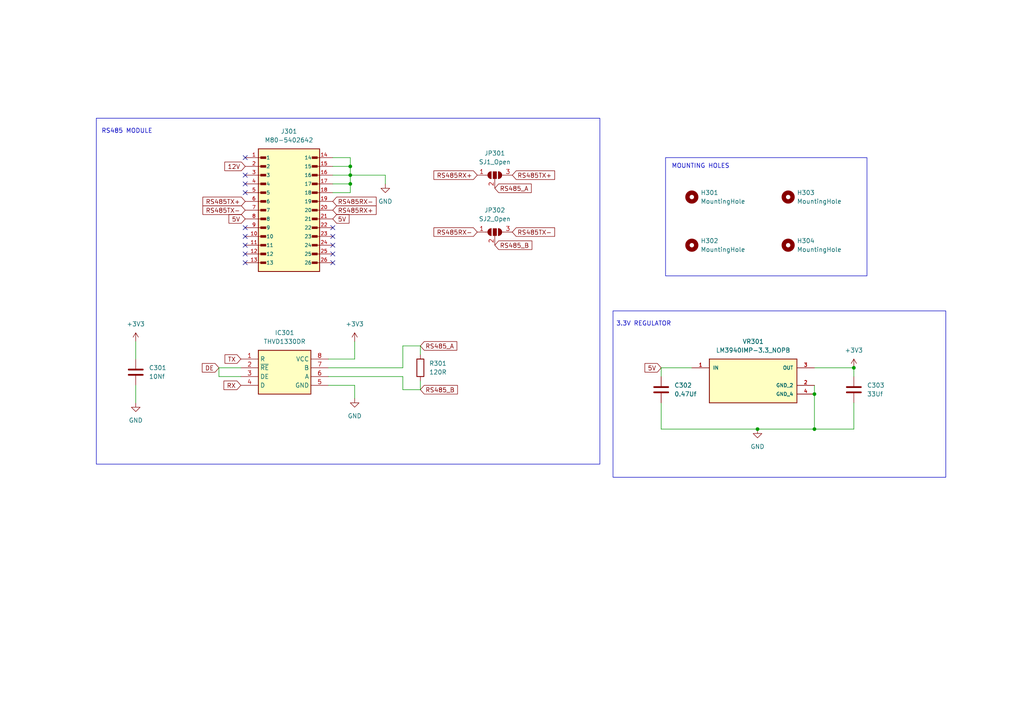
<source format=kicad_sch>
(kicad_sch
	(version 20231120)
	(generator "eeschema")
	(generator_version "8.0")
	(uuid "8a118e99-4f56-43b2-97dd-921bc30edfda")
	(paper "A4")
	(lib_symbols
		(symbol "Device:C"
			(pin_numbers hide)
			(pin_names
				(offset 0.254)
			)
			(exclude_from_sim no)
			(in_bom yes)
			(on_board yes)
			(property "Reference" "C"
				(at 0.635 2.54 0)
				(effects
					(font
						(size 1.27 1.27)
					)
					(justify left)
				)
			)
			(property "Value" "C"
				(at 0.635 -2.54 0)
				(effects
					(font
						(size 1.27 1.27)
					)
					(justify left)
				)
			)
			(property "Footprint" ""
				(at 0.9652 -3.81 0)
				(effects
					(font
						(size 1.27 1.27)
					)
					(hide yes)
				)
			)
			(property "Datasheet" "~"
				(at 0 0 0)
				(effects
					(font
						(size 1.27 1.27)
					)
					(hide yes)
				)
			)
			(property "Description" "Unpolarized capacitor"
				(at 0 0 0)
				(effects
					(font
						(size 1.27 1.27)
					)
					(hide yes)
				)
			)
			(property "ki_keywords" "cap capacitor"
				(at 0 0 0)
				(effects
					(font
						(size 1.27 1.27)
					)
					(hide yes)
				)
			)
			(property "ki_fp_filters" "C_*"
				(at 0 0 0)
				(effects
					(font
						(size 1.27 1.27)
					)
					(hide yes)
				)
			)
			(symbol "C_0_1"
				(polyline
					(pts
						(xy -2.032 -0.762) (xy 2.032 -0.762)
					)
					(stroke
						(width 0.508)
						(type default)
					)
					(fill
						(type none)
					)
				)
				(polyline
					(pts
						(xy -2.032 0.762) (xy 2.032 0.762)
					)
					(stroke
						(width 0.508)
						(type default)
					)
					(fill
						(type none)
					)
				)
			)
			(symbol "C_1_1"
				(pin passive line
					(at 0 3.81 270)
					(length 2.794)
					(name "~"
						(effects
							(font
								(size 1.27 1.27)
							)
						)
					)
					(number "1"
						(effects
							(font
								(size 1.27 1.27)
							)
						)
					)
				)
				(pin passive line
					(at 0 -3.81 90)
					(length 2.794)
					(name "~"
						(effects
							(font
								(size 1.27 1.27)
							)
						)
					)
					(number "2"
						(effects
							(font
								(size 1.27 1.27)
							)
						)
					)
				)
			)
		)
		(symbol "Device:R"
			(pin_numbers hide)
			(pin_names
				(offset 0)
			)
			(exclude_from_sim no)
			(in_bom yes)
			(on_board yes)
			(property "Reference" "R"
				(at 2.032 0 90)
				(effects
					(font
						(size 1.27 1.27)
					)
				)
			)
			(property "Value" "R"
				(at 0 0 90)
				(effects
					(font
						(size 1.27 1.27)
					)
				)
			)
			(property "Footprint" ""
				(at -1.778 0 90)
				(effects
					(font
						(size 1.27 1.27)
					)
					(hide yes)
				)
			)
			(property "Datasheet" "~"
				(at 0 0 0)
				(effects
					(font
						(size 1.27 1.27)
					)
					(hide yes)
				)
			)
			(property "Description" "Resistor"
				(at 0 0 0)
				(effects
					(font
						(size 1.27 1.27)
					)
					(hide yes)
				)
			)
			(property "ki_keywords" "R res resistor"
				(at 0 0 0)
				(effects
					(font
						(size 1.27 1.27)
					)
					(hide yes)
				)
			)
			(property "ki_fp_filters" "R_*"
				(at 0 0 0)
				(effects
					(font
						(size 1.27 1.27)
					)
					(hide yes)
				)
			)
			(symbol "R_0_1"
				(rectangle
					(start -1.016 -2.54)
					(end 1.016 2.54)
					(stroke
						(width 0.254)
						(type default)
					)
					(fill
						(type none)
					)
				)
			)
			(symbol "R_1_1"
				(pin passive line
					(at 0 3.81 270)
					(length 1.27)
					(name "~"
						(effects
							(font
								(size 1.27 1.27)
							)
						)
					)
					(number "1"
						(effects
							(font
								(size 1.27 1.27)
							)
						)
					)
				)
				(pin passive line
					(at 0 -3.81 90)
					(length 1.27)
					(name "~"
						(effects
							(font
								(size 1.27 1.27)
							)
						)
					)
					(number "2"
						(effects
							(font
								(size 1.27 1.27)
							)
						)
					)
				)
			)
		)
		(symbol "Jumper:SolderJumper_3_Open"
			(pin_names
				(offset 0) hide)
			(exclude_from_sim yes)
			(in_bom no)
			(on_board yes)
			(property "Reference" "JP"
				(at -2.54 -2.54 0)
				(effects
					(font
						(size 1.27 1.27)
					)
				)
			)
			(property "Value" "SolderJumper_3_Open"
				(at 0 2.794 0)
				(effects
					(font
						(size 1.27 1.27)
					)
				)
			)
			(property "Footprint" ""
				(at 0 0 0)
				(effects
					(font
						(size 1.27 1.27)
					)
					(hide yes)
				)
			)
			(property "Datasheet" "~"
				(at 0 0 0)
				(effects
					(font
						(size 1.27 1.27)
					)
					(hide yes)
				)
			)
			(property "Description" "Solder Jumper, 3-pole, open"
				(at 0 0 0)
				(effects
					(font
						(size 1.27 1.27)
					)
					(hide yes)
				)
			)
			(property "ki_keywords" "Solder Jumper SPDT"
				(at 0 0 0)
				(effects
					(font
						(size 1.27 1.27)
					)
					(hide yes)
				)
			)
			(property "ki_fp_filters" "SolderJumper*Open*"
				(at 0 0 0)
				(effects
					(font
						(size 1.27 1.27)
					)
					(hide yes)
				)
			)
			(symbol "SolderJumper_3_Open_0_1"
				(arc
					(start -1.016 1.016)
					(mid -2.0276 0)
					(end -1.016 -1.016)
					(stroke
						(width 0)
						(type default)
					)
					(fill
						(type none)
					)
				)
				(arc
					(start -1.016 1.016)
					(mid -2.0276 0)
					(end -1.016 -1.016)
					(stroke
						(width 0)
						(type default)
					)
					(fill
						(type outline)
					)
				)
				(rectangle
					(start -0.508 1.016)
					(end 0.508 -1.016)
					(stroke
						(width 0)
						(type default)
					)
					(fill
						(type outline)
					)
				)
				(polyline
					(pts
						(xy -2.54 0) (xy -2.032 0)
					)
					(stroke
						(width 0)
						(type default)
					)
					(fill
						(type none)
					)
				)
				(polyline
					(pts
						(xy -1.016 1.016) (xy -1.016 -1.016)
					)
					(stroke
						(width 0)
						(type default)
					)
					(fill
						(type none)
					)
				)
				(polyline
					(pts
						(xy 0 -1.27) (xy 0 -1.016)
					)
					(stroke
						(width 0)
						(type default)
					)
					(fill
						(type none)
					)
				)
				(polyline
					(pts
						(xy 1.016 1.016) (xy 1.016 -1.016)
					)
					(stroke
						(width 0)
						(type default)
					)
					(fill
						(type none)
					)
				)
				(polyline
					(pts
						(xy 2.54 0) (xy 2.032 0)
					)
					(stroke
						(width 0)
						(type default)
					)
					(fill
						(type none)
					)
				)
				(arc
					(start 1.016 -1.016)
					(mid 2.0276 0)
					(end 1.016 1.016)
					(stroke
						(width 0)
						(type default)
					)
					(fill
						(type none)
					)
				)
				(arc
					(start 1.016 -1.016)
					(mid 2.0276 0)
					(end 1.016 1.016)
					(stroke
						(width 0)
						(type default)
					)
					(fill
						(type outline)
					)
				)
			)
			(symbol "SolderJumper_3_Open_1_1"
				(pin passive line
					(at -5.08 0 0)
					(length 2.54)
					(name "A"
						(effects
							(font
								(size 1.27 1.27)
							)
						)
					)
					(number "1"
						(effects
							(font
								(size 1.27 1.27)
							)
						)
					)
				)
				(pin passive line
					(at 0 -3.81 90)
					(length 2.54)
					(name "C"
						(effects
							(font
								(size 1.27 1.27)
							)
						)
					)
					(number "2"
						(effects
							(font
								(size 1.27 1.27)
							)
						)
					)
				)
				(pin passive line
					(at 5.08 0 180)
					(length 2.54)
					(name "B"
						(effects
							(font
								(size 1.27 1.27)
							)
						)
					)
					(number "3"
						(effects
							(font
								(size 1.27 1.27)
							)
						)
					)
				)
			)
		)
		(symbol "LM3940IMP-3.3_NOPB:LM3940IMP-3.3_NOPB"
			(pin_names
				(offset 1.016)
			)
			(exclude_from_sim no)
			(in_bom yes)
			(on_board yes)
			(property "Reference" "VR"
				(at -12.7 6.08 0)
				(effects
					(font
						(size 1.27 1.27)
					)
					(justify left bottom)
				)
			)
			(property "Value" "LM3940IMP-3.3_NOPB"
				(at -12.7 -9.08 0)
				(effects
					(font
						(size 1.27 1.27)
					)
					(justify left top)
				)
			)
			(property "Footprint" "LM3940IMP-3.3_NOPB:VREG_LM3940IMP-3.3_NOPB"
				(at 0 0 0)
				(effects
					(font
						(size 1.27 1.27)
					)
					(justify bottom)
					(hide yes)
				)
			)
			(property "Datasheet" ""
				(at 0 0 0)
				(effects
					(font
						(size 1.27 1.27)
					)
					(hide yes)
				)
			)
			(property "Description" ""
				(at 0 0 0)
				(effects
					(font
						(size 1.27 1.27)
					)
					(hide yes)
				)
			)
			(property "MF" "Texas Instruments"
				(at 0 0 0)
				(effects
					(font
						(size 1.27 1.27)
					)
					(justify bottom)
					(hide yes)
				)
			)
			(property "MAXIMUM_PACKAGE_HEIGHT" "1.80 mm"
				(at 0 0 0)
				(effects
					(font
						(size 1.27 1.27)
					)
					(justify bottom)
					(hide yes)
				)
			)
			(property "Package" "SOT-223-4 Texas Instruments"
				(at 0 0 0)
				(effects
					(font
						(size 1.27 1.27)
					)
					(justify bottom)
					(hide yes)
				)
			)
			(property "Price" "None"
				(at 0 0 0)
				(effects
					(font
						(size 1.27 1.27)
					)
					(justify bottom)
					(hide yes)
				)
			)
			(property "Check_prices" "https://www.snapeda.com/parts/LM3940IMP-3.3/Texas+Instruments/view-part/?ref=eda"
				(at 0 0 0)
				(effects
					(font
						(size 1.27 1.27)
					)
					(justify bottom)
					(hide yes)
				)
			)
			(property "STANDARD" "Manufacturer Recommendations"
				(at 0 0 0)
				(effects
					(font
						(size 1.27 1.27)
					)
					(justify bottom)
					(hide yes)
				)
			)
			(property "PARTREV" "G"
				(at 0 0 0)
				(effects
					(font
						(size 1.27 1.27)
					)
					(justify bottom)
					(hide yes)
				)
			)
			(property "SnapEDA_Link" "https://www.snapeda.com/parts/LM3940IMP-3.3/Texas+Instruments/view-part/?ref=snap"
				(at 0 0 0)
				(effects
					(font
						(size 1.27 1.27)
					)
					(justify bottom)
					(hide yes)
				)
			)
			(property "MP" "LM3940IMP-3.3"
				(at 0 0 0)
				(effects
					(font
						(size 1.27 1.27)
					)
					(justify bottom)
					(hide yes)
				)
			)
			(property "Description_1" "\n                        \n                            1-A, low-dropout voltage regulator for 5-V to 3.3-V conversion 4-SOT-223 -40 to 125\n                        \n"
				(at 0 0 0)
				(effects
					(font
						(size 1.27 1.27)
					)
					(justify bottom)
					(hide yes)
				)
			)
			(property "Availability" "In Stock"
				(at 0 0 0)
				(effects
					(font
						(size 1.27 1.27)
					)
					(justify bottom)
					(hide yes)
				)
			)
			(property "MANUFACTURER" "Texas Instruments"
				(at 0 0 0)
				(effects
					(font
						(size 1.27 1.27)
					)
					(justify bottom)
					(hide yes)
				)
			)
			(symbol "LM3940IMP-3.3_NOPB_0_0"
				(rectangle
					(start -12.7 -7.62)
					(end 12.7 5.08)
					(stroke
						(width 0.254)
						(type default)
					)
					(fill
						(type background)
					)
				)
				(pin input line
					(at -17.78 2.54 0)
					(length 5.08)
					(name "IN"
						(effects
							(font
								(size 1.016 1.016)
							)
						)
					)
					(number "1"
						(effects
							(font
								(size 1.016 1.016)
							)
						)
					)
				)
				(pin power_in line
					(at 17.78 -2.54 180)
					(length 5.08)
					(name "GND_2"
						(effects
							(font
								(size 1.016 1.016)
							)
						)
					)
					(number "2"
						(effects
							(font
								(size 1.016 1.016)
							)
						)
					)
				)
				(pin output line
					(at 17.78 2.54 180)
					(length 5.08)
					(name "OUT"
						(effects
							(font
								(size 1.016 1.016)
							)
						)
					)
					(number "3"
						(effects
							(font
								(size 1.016 1.016)
							)
						)
					)
				)
				(pin power_in line
					(at 17.78 -5.08 180)
					(length 5.08)
					(name "GND_4"
						(effects
							(font
								(size 1.016 1.016)
							)
						)
					)
					(number "4"
						(effects
							(font
								(size 1.016 1.016)
							)
						)
					)
				)
			)
		)
		(symbol "M80-5402642:M80-5402642"
			(pin_names
				(offset 1.016)
			)
			(exclude_from_sim no)
			(in_bom yes)
			(on_board yes)
			(property "Reference" "J"
				(at -9.39 17.78 0)
				(effects
					(font
						(size 1.27 1.27)
					)
					(justify left bottom)
				)
			)
			(property "Value" "M80-5402642"
				(at -8.89 -20.32 0)
				(effects
					(font
						(size 1.27 1.27)
					)
					(justify left bottom)
				)
			)
			(property "Footprint" "M80-5402642:HARWIN_M80-5402642"
				(at 0 0 0)
				(effects
					(font
						(size 1.27 1.27)
					)
					(justify bottom)
					(hide yes)
				)
			)
			(property "Datasheet" ""
				(at 0 0 0)
				(effects
					(font
						(size 1.27 1.27)
					)
					(hide yes)
				)
			)
			(property "Description" ""
				(at 0 0 0)
				(effects
					(font
						(size 1.27 1.27)
					)
					(hide yes)
				)
			)
			(property "MF" "Harwin"
				(at 0 0 0)
				(effects
					(font
						(size 1.27 1.27)
					)
					(justify bottom)
					(hide yes)
				)
			)
			(property "Description_1" "\n                        \n                            Datamate J-Tek DIL Male Horizontal 3mm Throughboard Connector, selective gold + tin, with jackscrews + 3.5mm board mount bolts, 13+13 contacts\n                        \n"
				(at 0 0 0)
				(effects
					(font
						(size 1.27 1.27)
					)
					(justify bottom)
					(hide yes)
				)
			)
			(property "Package" "None"
				(at 0 0 0)
				(effects
					(font
						(size 1.27 1.27)
					)
					(justify bottom)
					(hide yes)
				)
			)
			(property "Price" "None"
				(at 0 0 0)
				(effects
					(font
						(size 1.27 1.27)
					)
					(justify bottom)
					(hide yes)
				)
			)
			(property "Check_prices" "https://www.snapeda.com/parts/M80-5402642/Harwin+Inc./view-part/?ref=eda"
				(at 0 0 0)
				(effects
					(font
						(size 1.27 1.27)
					)
					(justify bottom)
					(hide yes)
				)
			)
			(property "SnapEDA_Link" "https://www.snapeda.com/parts/M80-5402642/Harwin+Inc./view-part/?ref=snap"
				(at 0 0 0)
				(effects
					(font
						(size 1.27 1.27)
					)
					(justify bottom)
					(hide yes)
				)
			)
			(property "MP" "M80-5402642"
				(at 0 0 0)
				(effects
					(font
						(size 1.27 1.27)
					)
					(justify bottom)
					(hide yes)
				)
			)
			(property "Availability" "In Stock"
				(at 0 0 0)
				(effects
					(font
						(size 1.27 1.27)
					)
					(justify bottom)
					(hide yes)
				)
			)
			(property "MANUFACTURER" "HARWIN"
				(at 0 0 0)
				(effects
					(font
						(size 1.27 1.27)
					)
					(justify bottom)
					(hide yes)
				)
			)
			(symbol "M80-5402642_0_0"
				(rectangle
					(start -8.89 -17.78)
					(end 8.89 17.78)
					(stroke
						(width 0.254)
						(type default)
					)
					(fill
						(type background)
					)
				)
				(rectangle
					(start -8.255 -15.5575)
					(end -6.6675 -14.9225)
					(stroke
						(width 0.1)
						(type default)
					)
					(fill
						(type outline)
					)
				)
				(rectangle
					(start -8.255 -13.0175)
					(end -6.6675 -12.3825)
					(stroke
						(width 0.1)
						(type default)
					)
					(fill
						(type outline)
					)
				)
				(rectangle
					(start -8.255 -10.4775)
					(end -6.6675 -9.8425)
					(stroke
						(width 0.1)
						(type default)
					)
					(fill
						(type outline)
					)
				)
				(rectangle
					(start -8.255 -7.9375)
					(end -6.6675 -7.3025)
					(stroke
						(width 0.1)
						(type default)
					)
					(fill
						(type outline)
					)
				)
				(rectangle
					(start -8.255 -5.3975)
					(end -6.6675 -4.7625)
					(stroke
						(width 0.1)
						(type default)
					)
					(fill
						(type outline)
					)
				)
				(rectangle
					(start -8.255 -2.8575)
					(end -6.6675 -2.2225)
					(stroke
						(width 0.1)
						(type default)
					)
					(fill
						(type outline)
					)
				)
				(rectangle
					(start -8.255 -0.3175)
					(end -6.6675 0.3175)
					(stroke
						(width 0.1)
						(type default)
					)
					(fill
						(type outline)
					)
				)
				(rectangle
					(start -8.255 2.2225)
					(end -6.6675 2.8575)
					(stroke
						(width 0.1)
						(type default)
					)
					(fill
						(type outline)
					)
				)
				(rectangle
					(start -8.255 4.7625)
					(end -6.6675 5.3975)
					(stroke
						(width 0.1)
						(type default)
					)
					(fill
						(type outline)
					)
				)
				(rectangle
					(start -8.255 7.3025)
					(end -6.6675 7.9375)
					(stroke
						(width 0.1)
						(type default)
					)
					(fill
						(type outline)
					)
				)
				(rectangle
					(start -8.255 9.8425)
					(end -6.6675 10.4775)
					(stroke
						(width 0.1)
						(type default)
					)
					(fill
						(type outline)
					)
				)
				(rectangle
					(start -8.255 12.3825)
					(end -6.6675 13.0175)
					(stroke
						(width 0.1)
						(type default)
					)
					(fill
						(type outline)
					)
				)
				(rectangle
					(start -8.255 14.9225)
					(end -6.6675 15.5575)
					(stroke
						(width 0.1)
						(type default)
					)
					(fill
						(type outline)
					)
				)
				(rectangle
					(start 8.255 -15.5575)
					(end 6.6675 -14.9225)
					(stroke
						(width 0.1)
						(type default)
					)
					(fill
						(type outline)
					)
				)
				(rectangle
					(start 8.255 -13.0175)
					(end 6.6675 -12.3825)
					(stroke
						(width 0.1)
						(type default)
					)
					(fill
						(type outline)
					)
				)
				(rectangle
					(start 8.255 -10.4775)
					(end 6.6675 -9.8425)
					(stroke
						(width 0.1)
						(type default)
					)
					(fill
						(type outline)
					)
				)
				(rectangle
					(start 8.255 -7.9375)
					(end 6.6675 -7.3025)
					(stroke
						(width 0.1)
						(type default)
					)
					(fill
						(type outline)
					)
				)
				(rectangle
					(start 8.255 -5.3975)
					(end 6.6675 -4.7625)
					(stroke
						(width 0.1)
						(type default)
					)
					(fill
						(type outline)
					)
				)
				(rectangle
					(start 8.255 -2.8575)
					(end 6.6675 -2.2225)
					(stroke
						(width 0.1)
						(type default)
					)
					(fill
						(type outline)
					)
				)
				(rectangle
					(start 8.255 -0.3175)
					(end 6.6675 0.3175)
					(stroke
						(width 0.1)
						(type default)
					)
					(fill
						(type outline)
					)
				)
				(rectangle
					(start 8.255 2.2225)
					(end 6.6675 2.8575)
					(stroke
						(width 0.1)
						(type default)
					)
					(fill
						(type outline)
					)
				)
				(rectangle
					(start 8.255 4.7625)
					(end 6.6675 5.3975)
					(stroke
						(width 0.1)
						(type default)
					)
					(fill
						(type outline)
					)
				)
				(rectangle
					(start 8.255 7.3025)
					(end 6.6675 7.9375)
					(stroke
						(width 0.1)
						(type default)
					)
					(fill
						(type outline)
					)
				)
				(rectangle
					(start 8.255 9.8425)
					(end 6.6675 10.4775)
					(stroke
						(width 0.1)
						(type default)
					)
					(fill
						(type outline)
					)
				)
				(rectangle
					(start 8.255 12.3825)
					(end 6.6675 13.0175)
					(stroke
						(width 0.1)
						(type default)
					)
					(fill
						(type outline)
					)
				)
				(rectangle
					(start 8.255 14.9225)
					(end 6.6675 15.5575)
					(stroke
						(width 0.1)
						(type default)
					)
					(fill
						(type outline)
					)
				)
				(pin passive line
					(at -12.7 15.24 0)
					(length 5.08)
					(name "1"
						(effects
							(font
								(size 1.016 1.016)
							)
						)
					)
					(number "1"
						(effects
							(font
								(size 1.016 1.016)
							)
						)
					)
				)
				(pin passive line
					(at -12.7 -7.62 0)
					(length 5.08)
					(name "10"
						(effects
							(font
								(size 1.016 1.016)
							)
						)
					)
					(number "10"
						(effects
							(font
								(size 1.016 1.016)
							)
						)
					)
				)
				(pin passive line
					(at -12.7 -10.16 0)
					(length 5.08)
					(name "11"
						(effects
							(font
								(size 1.016 1.016)
							)
						)
					)
					(number "11"
						(effects
							(font
								(size 1.016 1.016)
							)
						)
					)
				)
				(pin passive line
					(at -12.7 -12.7 0)
					(length 5.08)
					(name "12"
						(effects
							(font
								(size 1.016 1.016)
							)
						)
					)
					(number "12"
						(effects
							(font
								(size 1.016 1.016)
							)
						)
					)
				)
				(pin passive line
					(at -12.7 -15.24 0)
					(length 5.08)
					(name "13"
						(effects
							(font
								(size 1.016 1.016)
							)
						)
					)
					(number "13"
						(effects
							(font
								(size 1.016 1.016)
							)
						)
					)
				)
				(pin passive line
					(at 12.7 15.24 180)
					(length 5.08)
					(name "14"
						(effects
							(font
								(size 1.016 1.016)
							)
						)
					)
					(number "14"
						(effects
							(font
								(size 1.016 1.016)
							)
						)
					)
				)
				(pin passive line
					(at 12.7 12.7 180)
					(length 5.08)
					(name "15"
						(effects
							(font
								(size 1.016 1.016)
							)
						)
					)
					(number "15"
						(effects
							(font
								(size 1.016 1.016)
							)
						)
					)
				)
				(pin passive line
					(at 12.7 10.16 180)
					(length 5.08)
					(name "16"
						(effects
							(font
								(size 1.016 1.016)
							)
						)
					)
					(number "16"
						(effects
							(font
								(size 1.016 1.016)
							)
						)
					)
				)
				(pin passive line
					(at 12.7 7.62 180)
					(length 5.08)
					(name "17"
						(effects
							(font
								(size 1.016 1.016)
							)
						)
					)
					(number "17"
						(effects
							(font
								(size 1.016 1.016)
							)
						)
					)
				)
				(pin passive line
					(at 12.7 5.08 180)
					(length 5.08)
					(name "18"
						(effects
							(font
								(size 1.016 1.016)
							)
						)
					)
					(number "18"
						(effects
							(font
								(size 1.016 1.016)
							)
						)
					)
				)
				(pin passive line
					(at 12.7 2.54 180)
					(length 5.08)
					(name "19"
						(effects
							(font
								(size 1.016 1.016)
							)
						)
					)
					(number "19"
						(effects
							(font
								(size 1.016 1.016)
							)
						)
					)
				)
				(pin passive line
					(at -12.7 12.7 0)
					(length 5.08)
					(name "2"
						(effects
							(font
								(size 1.016 1.016)
							)
						)
					)
					(number "2"
						(effects
							(font
								(size 1.016 1.016)
							)
						)
					)
				)
				(pin passive line
					(at 12.7 0 180)
					(length 5.08)
					(name "20"
						(effects
							(font
								(size 1.016 1.016)
							)
						)
					)
					(number "20"
						(effects
							(font
								(size 1.016 1.016)
							)
						)
					)
				)
				(pin passive line
					(at 12.7 -2.54 180)
					(length 5.08)
					(name "21"
						(effects
							(font
								(size 1.016 1.016)
							)
						)
					)
					(number "21"
						(effects
							(font
								(size 1.016 1.016)
							)
						)
					)
				)
				(pin passive line
					(at 12.7 -5.08 180)
					(length 5.08)
					(name "22"
						(effects
							(font
								(size 1.016 1.016)
							)
						)
					)
					(number "22"
						(effects
							(font
								(size 1.016 1.016)
							)
						)
					)
				)
				(pin passive line
					(at 12.7 -7.62 180)
					(length 5.08)
					(name "23"
						(effects
							(font
								(size 1.016 1.016)
							)
						)
					)
					(number "23"
						(effects
							(font
								(size 1.016 1.016)
							)
						)
					)
				)
				(pin passive line
					(at 12.7 -10.16 180)
					(length 5.08)
					(name "24"
						(effects
							(font
								(size 1.016 1.016)
							)
						)
					)
					(number "24"
						(effects
							(font
								(size 1.016 1.016)
							)
						)
					)
				)
				(pin passive line
					(at 12.7 -12.7 180)
					(length 5.08)
					(name "25"
						(effects
							(font
								(size 1.016 1.016)
							)
						)
					)
					(number "25"
						(effects
							(font
								(size 1.016 1.016)
							)
						)
					)
				)
				(pin passive line
					(at 12.7 -15.24 180)
					(length 5.08)
					(name "26"
						(effects
							(font
								(size 1.016 1.016)
							)
						)
					)
					(number "26"
						(effects
							(font
								(size 1.016 1.016)
							)
						)
					)
				)
				(pin passive line
					(at -12.7 10.16 0)
					(length 5.08)
					(name "3"
						(effects
							(font
								(size 1.016 1.016)
							)
						)
					)
					(number "3"
						(effects
							(font
								(size 1.016 1.016)
							)
						)
					)
				)
				(pin passive line
					(at -12.7 7.62 0)
					(length 5.08)
					(name "4"
						(effects
							(font
								(size 1.016 1.016)
							)
						)
					)
					(number "4"
						(effects
							(font
								(size 1.016 1.016)
							)
						)
					)
				)
				(pin passive line
					(at -12.7 5.08 0)
					(length 5.08)
					(name "5"
						(effects
							(font
								(size 1.016 1.016)
							)
						)
					)
					(number "5"
						(effects
							(font
								(size 1.016 1.016)
							)
						)
					)
				)
				(pin passive line
					(at -12.7 2.54 0)
					(length 5.08)
					(name "6"
						(effects
							(font
								(size 1.016 1.016)
							)
						)
					)
					(number "6"
						(effects
							(font
								(size 1.016 1.016)
							)
						)
					)
				)
				(pin passive line
					(at -12.7 0 0)
					(length 5.08)
					(name "7"
						(effects
							(font
								(size 1.016 1.016)
							)
						)
					)
					(number "7"
						(effects
							(font
								(size 1.016 1.016)
							)
						)
					)
				)
				(pin passive line
					(at -12.7 -2.54 0)
					(length 5.08)
					(name "8"
						(effects
							(font
								(size 1.016 1.016)
							)
						)
					)
					(number "8"
						(effects
							(font
								(size 1.016 1.016)
							)
						)
					)
				)
				(pin passive line
					(at -12.7 -5.08 0)
					(length 5.08)
					(name "9"
						(effects
							(font
								(size 1.016 1.016)
							)
						)
					)
					(number "9"
						(effects
							(font
								(size 1.016 1.016)
							)
						)
					)
				)
			)
		)
		(symbol "Mechanical:MountingHole"
			(pin_names
				(offset 1.016)
			)
			(exclude_from_sim yes)
			(in_bom no)
			(on_board yes)
			(property "Reference" "H"
				(at 0 5.08 0)
				(effects
					(font
						(size 1.27 1.27)
					)
				)
			)
			(property "Value" "MountingHole"
				(at 0 3.175 0)
				(effects
					(font
						(size 1.27 1.27)
					)
				)
			)
			(property "Footprint" ""
				(at 0 0 0)
				(effects
					(font
						(size 1.27 1.27)
					)
					(hide yes)
				)
			)
			(property "Datasheet" "~"
				(at 0 0 0)
				(effects
					(font
						(size 1.27 1.27)
					)
					(hide yes)
				)
			)
			(property "Description" "Mounting Hole without connection"
				(at 0 0 0)
				(effects
					(font
						(size 1.27 1.27)
					)
					(hide yes)
				)
			)
			(property "ki_keywords" "mounting hole"
				(at 0 0 0)
				(effects
					(font
						(size 1.27 1.27)
					)
					(hide yes)
				)
			)
			(property "ki_fp_filters" "MountingHole*"
				(at 0 0 0)
				(effects
					(font
						(size 1.27 1.27)
					)
					(hide yes)
				)
			)
			(symbol "MountingHole_0_1"
				(circle
					(center 0 0)
					(radius 1.27)
					(stroke
						(width 1.27)
						(type default)
					)
					(fill
						(type none)
					)
				)
			)
		)
		(symbol "THVD1330DR:THVD1330DR"
			(exclude_from_sim no)
			(in_bom yes)
			(on_board yes)
			(property "Reference" "IC"
				(at 21.59 7.62 0)
				(effects
					(font
						(size 1.27 1.27)
					)
					(justify left top)
				)
			)
			(property "Value" "THVD1330DR"
				(at 21.59 5.08 0)
				(effects
					(font
						(size 1.27 1.27)
					)
					(justify left top)
				)
			)
			(property "Footprint" "SOIC127P600X175-8N"
				(at 21.59 -94.92 0)
				(effects
					(font
						(size 1.27 1.27)
					)
					(justify left top)
					(hide yes)
				)
			)
			(property "Datasheet" "https://www.ti.com/lit/ds/symlink/thvd1330.pdf?ts=1712661776557&ref_url=https%253A%252F%252Fwww.mouser.de%252F"
				(at 21.59 -194.92 0)
				(effects
					(font
						(size 1.27 1.27)
					)
					(justify left top)
					(hide yes)
				)
			)
			(property "Description" "RS-485-IC-Schnittstelle 32-Mbps 3.3-V half-duplex RS485 transceiver with IEC ESD protection 8-SOIC -40 to 125"
				(at 0 0 0)
				(effects
					(font
						(size 1.27 1.27)
					)
					(hide yes)
				)
			)
			(property "Height" "1.75"
				(at 21.59 -394.92 0)
				(effects
					(font
						(size 1.27 1.27)
					)
					(justify left top)
					(hide yes)
				)
			)
			(property "Mouser Part Number" ""
				(at 21.59 -494.92 0)
				(effects
					(font
						(size 1.27 1.27)
					)
					(justify left top)
					(hide yes)
				)
			)
			(property "Mouser Price/Stock" ""
				(at 21.59 -594.92 0)
				(effects
					(font
						(size 1.27 1.27)
					)
					(justify left top)
					(hide yes)
				)
			)
			(property "Manufacturer_Name" "Texas Instruments"
				(at 21.59 -694.92 0)
				(effects
					(font
						(size 1.27 1.27)
					)
					(justify left top)
					(hide yes)
				)
			)
			(property "Manufacturer_Part_Number" "THVD1330DR"
				(at 21.59 -794.92 0)
				(effects
					(font
						(size 1.27 1.27)
					)
					(justify left top)
					(hide yes)
				)
			)
			(symbol "THVD1330DR_1_1"
				(rectangle
					(start 5.08 2.54)
					(end 20.32 -10.16)
					(stroke
						(width 0.254)
						(type default)
					)
					(fill
						(type background)
					)
				)
				(pin passive line
					(at 0 0 0)
					(length 5.08)
					(name "R"
						(effects
							(font
								(size 1.27 1.27)
							)
						)
					)
					(number "1"
						(effects
							(font
								(size 1.27 1.27)
							)
						)
					)
				)
				(pin passive line
					(at 0 -2.54 0)
					(length 5.08)
					(name "~{RE}"
						(effects
							(font
								(size 1.27 1.27)
							)
						)
					)
					(number "2"
						(effects
							(font
								(size 1.27 1.27)
							)
						)
					)
				)
				(pin passive line
					(at 0 -5.08 0)
					(length 5.08)
					(name "DE"
						(effects
							(font
								(size 1.27 1.27)
							)
						)
					)
					(number "3"
						(effects
							(font
								(size 1.27 1.27)
							)
						)
					)
				)
				(pin passive line
					(at 0 -7.62 0)
					(length 5.08)
					(name "D"
						(effects
							(font
								(size 1.27 1.27)
							)
						)
					)
					(number "4"
						(effects
							(font
								(size 1.27 1.27)
							)
						)
					)
				)
				(pin passive line
					(at 25.4 -7.62 180)
					(length 5.08)
					(name "GND"
						(effects
							(font
								(size 1.27 1.27)
							)
						)
					)
					(number "5"
						(effects
							(font
								(size 1.27 1.27)
							)
						)
					)
				)
				(pin passive line
					(at 25.4 -5.08 180)
					(length 5.08)
					(name "A"
						(effects
							(font
								(size 1.27 1.27)
							)
						)
					)
					(number "6"
						(effects
							(font
								(size 1.27 1.27)
							)
						)
					)
				)
				(pin passive line
					(at 25.4 -2.54 180)
					(length 5.08)
					(name "B"
						(effects
							(font
								(size 1.27 1.27)
							)
						)
					)
					(number "7"
						(effects
							(font
								(size 1.27 1.27)
							)
						)
					)
				)
				(pin passive line
					(at 25.4 0 180)
					(length 5.08)
					(name "VCC"
						(effects
							(font
								(size 1.27 1.27)
							)
						)
					)
					(number "8"
						(effects
							(font
								(size 1.27 1.27)
							)
						)
					)
				)
			)
		)
		(symbol "power:+3V3"
			(power)
			(pin_numbers hide)
			(pin_names
				(offset 0) hide)
			(exclude_from_sim no)
			(in_bom yes)
			(on_board yes)
			(property "Reference" "#PWR"
				(at 0 -3.81 0)
				(effects
					(font
						(size 1.27 1.27)
					)
					(hide yes)
				)
			)
			(property "Value" "+3V3"
				(at 0 3.556 0)
				(effects
					(font
						(size 1.27 1.27)
					)
				)
			)
			(property "Footprint" ""
				(at 0 0 0)
				(effects
					(font
						(size 1.27 1.27)
					)
					(hide yes)
				)
			)
			(property "Datasheet" ""
				(at 0 0 0)
				(effects
					(font
						(size 1.27 1.27)
					)
					(hide yes)
				)
			)
			(property "Description" "Power symbol creates a global label with name \"+3V3\""
				(at 0 0 0)
				(effects
					(font
						(size 1.27 1.27)
					)
					(hide yes)
				)
			)
			(property "ki_keywords" "global power"
				(at 0 0 0)
				(effects
					(font
						(size 1.27 1.27)
					)
					(hide yes)
				)
			)
			(symbol "+3V3_0_1"
				(polyline
					(pts
						(xy -0.762 1.27) (xy 0 2.54)
					)
					(stroke
						(width 0)
						(type default)
					)
					(fill
						(type none)
					)
				)
				(polyline
					(pts
						(xy 0 0) (xy 0 2.54)
					)
					(stroke
						(width 0)
						(type default)
					)
					(fill
						(type none)
					)
				)
				(polyline
					(pts
						(xy 0 2.54) (xy 0.762 1.27)
					)
					(stroke
						(width 0)
						(type default)
					)
					(fill
						(type none)
					)
				)
			)
			(symbol "+3V3_1_1"
				(pin power_in line
					(at 0 0 90)
					(length 0)
					(name "~"
						(effects
							(font
								(size 1.27 1.27)
							)
						)
					)
					(number "1"
						(effects
							(font
								(size 1.27 1.27)
							)
						)
					)
				)
			)
		)
		(symbol "power:GND"
			(power)
			(pin_numbers hide)
			(pin_names
				(offset 0) hide)
			(exclude_from_sim no)
			(in_bom yes)
			(on_board yes)
			(property "Reference" "#PWR"
				(at 0 -6.35 0)
				(effects
					(font
						(size 1.27 1.27)
					)
					(hide yes)
				)
			)
			(property "Value" "GND"
				(at 0 -3.81 0)
				(effects
					(font
						(size 1.27 1.27)
					)
				)
			)
			(property "Footprint" ""
				(at 0 0 0)
				(effects
					(font
						(size 1.27 1.27)
					)
					(hide yes)
				)
			)
			(property "Datasheet" ""
				(at 0 0 0)
				(effects
					(font
						(size 1.27 1.27)
					)
					(hide yes)
				)
			)
			(property "Description" "Power symbol creates a global label with name \"GND\" , ground"
				(at 0 0 0)
				(effects
					(font
						(size 1.27 1.27)
					)
					(hide yes)
				)
			)
			(property "ki_keywords" "global power"
				(at 0 0 0)
				(effects
					(font
						(size 1.27 1.27)
					)
					(hide yes)
				)
			)
			(symbol "GND_0_1"
				(polyline
					(pts
						(xy 0 0) (xy 0 -1.27) (xy 1.27 -1.27) (xy 0 -2.54) (xy -1.27 -1.27) (xy 0 -1.27)
					)
					(stroke
						(width 0)
						(type default)
					)
					(fill
						(type none)
					)
				)
			)
			(symbol "GND_1_1"
				(pin power_in line
					(at 0 0 270)
					(length 0)
					(name "~"
						(effects
							(font
								(size 1.27 1.27)
							)
						)
					)
					(number "1"
						(effects
							(font
								(size 1.27 1.27)
							)
						)
					)
				)
			)
		)
	)
	(junction
		(at 236.22 114.3)
		(diameter 0)
		(color 0 0 0 0)
		(uuid "3997c18e-aeb0-4a14-bd3b-9da2e6fb3d97")
	)
	(junction
		(at 236.22 124.46)
		(diameter 0)
		(color 0 0 0 0)
		(uuid "522c47e9-b82a-4711-ab55-d26e7bacdeef")
	)
	(junction
		(at 219.71 124.46)
		(diameter 0)
		(color 0 0 0 0)
		(uuid "b2872c28-6650-4dda-b89d-9f9e516b2060")
	)
	(junction
		(at 101.6 50.8)
		(diameter 0)
		(color 0 0 0 0)
		(uuid "e2925644-0f7b-4f06-b22e-cea8b3406b92")
	)
	(junction
		(at 101.6 53.34)
		(diameter 0)
		(color 0 0 0 0)
		(uuid "f1159ce6-8724-4e9d-9ea9-990a07f94e2c")
	)
	(junction
		(at 247.65 106.68)
		(diameter 0)
		(color 0 0 0 0)
		(uuid "f5aaa7bb-2e1d-4604-905c-74125e22ce74")
	)
	(junction
		(at 101.6 48.26)
		(diameter 0)
		(color 0 0 0 0)
		(uuid "f60813c8-5d44-40bf-80fb-ef9787d3ad3d")
	)
	(no_connect
		(at 71.12 68.58)
		(uuid "05aac7be-7f46-4fa7-a503-af5d14e65f25")
	)
	(no_connect
		(at 71.12 76.2)
		(uuid "066d7be1-0e35-4961-b1e0-346607775c61")
	)
	(no_connect
		(at 96.52 66.04)
		(uuid "2503e53e-0dad-4a76-ae91-8b281420d854")
	)
	(no_connect
		(at 71.12 55.88)
		(uuid "32a9af64-cae0-4d7f-877d-444d13032762")
	)
	(no_connect
		(at 71.12 50.8)
		(uuid "39a5abe1-085b-498b-85ff-75562c3a3b5b")
	)
	(no_connect
		(at 71.12 66.04)
		(uuid "5ed89d5a-9d4d-4a08-8e2f-4c1e6a067204")
	)
	(no_connect
		(at 96.52 71.12)
		(uuid "78c481b1-03fc-4035-9919-c3db1f5f3f59")
	)
	(no_connect
		(at 71.12 71.12)
		(uuid "7e043a0c-e46c-4582-8048-4258c1d4050f")
	)
	(no_connect
		(at 71.12 73.66)
		(uuid "8f5b4eeb-d6ef-4bb9-b835-d1ed6d245d50")
	)
	(no_connect
		(at 71.12 53.34)
		(uuid "957df554-e719-4b2c-8e66-d3ddfd02072d")
	)
	(no_connect
		(at 96.52 68.58)
		(uuid "b89df24c-9321-40dc-a2e9-b47ef94e571e")
	)
	(no_connect
		(at 96.52 73.66)
		(uuid "bc86b687-9297-4149-8678-c4ab6ec622eb")
	)
	(no_connect
		(at 71.12 45.72)
		(uuid "bd3a5932-29b6-4a10-94b0-59f8a40b835b")
	)
	(no_connect
		(at 96.52 76.2)
		(uuid "ddfa3c34-5b50-4262-8dec-019759739f55")
	)
	(wire
		(pts
			(xy 191.77 109.22) (xy 191.77 106.68)
		)
		(stroke
			(width 0)
			(type default)
		)
		(uuid "0346d92e-7294-4376-8906-e935e406a3d2")
	)
	(wire
		(pts
			(xy 116.84 100.33) (xy 121.92 100.33)
		)
		(stroke
			(width 0)
			(type default)
		)
		(uuid "063981e8-4d16-40ed-8fa4-415454d4e9c1")
	)
	(wire
		(pts
			(xy 63.5 106.68) (xy 69.85 106.68)
		)
		(stroke
			(width 0)
			(type default)
		)
		(uuid "07311f78-cc99-4e70-8729-fd9b76c967e8")
	)
	(wire
		(pts
			(xy 191.77 124.46) (xy 219.71 124.46)
		)
		(stroke
			(width 0)
			(type default)
		)
		(uuid "08e2a4e9-be1b-40fd-8652-5335d39df891")
	)
	(wire
		(pts
			(xy 63.5 106.68) (xy 63.5 109.22)
		)
		(stroke
			(width 0)
			(type default)
		)
		(uuid "0f3cc51a-e62a-4e2b-be80-4763a10fe960")
	)
	(wire
		(pts
			(xy 219.71 124.46) (xy 236.22 124.46)
		)
		(stroke
			(width 0)
			(type default)
		)
		(uuid "12f821a0-34a3-4fe4-88e1-17e2d52cf522")
	)
	(wire
		(pts
			(xy 101.6 48.26) (xy 101.6 50.8)
		)
		(stroke
			(width 0)
			(type default)
		)
		(uuid "1bf22ff6-e6ac-45f9-adf0-a4ef5808b1a7")
	)
	(wire
		(pts
			(xy 96.52 53.34) (xy 101.6 53.34)
		)
		(stroke
			(width 0)
			(type default)
		)
		(uuid "2a9c9c4d-fb68-4d04-a8ee-dc10cfa670f3")
	)
	(wire
		(pts
			(xy 95.25 109.22) (xy 116.84 109.22)
		)
		(stroke
			(width 0)
			(type default)
		)
		(uuid "3716e381-a10e-4141-b457-6d299cbe624e")
	)
	(wire
		(pts
			(xy 191.77 106.68) (xy 200.66 106.68)
		)
		(stroke
			(width 0)
			(type default)
		)
		(uuid "3f416138-3270-4dbd-bb48-7c99363f3033")
	)
	(wire
		(pts
			(xy 236.22 111.76) (xy 236.22 114.3)
		)
		(stroke
			(width 0)
			(type default)
		)
		(uuid "43c7ef70-3757-4f41-86f3-87d8611df2be")
	)
	(wire
		(pts
			(xy 101.6 50.8) (xy 101.6 53.34)
		)
		(stroke
			(width 0)
			(type default)
		)
		(uuid "459e337b-4b32-44a6-91ed-e79a2deddca4")
	)
	(wire
		(pts
			(xy 116.84 109.22) (xy 116.84 113.03)
		)
		(stroke
			(width 0)
			(type default)
		)
		(uuid "476783cb-68bf-481d-9053-653b8ceb5e77")
	)
	(wire
		(pts
			(xy 101.6 50.8) (xy 111.76 50.8)
		)
		(stroke
			(width 0)
			(type default)
		)
		(uuid "57fa3adf-79ac-4ace-8942-84efdebf0ac3")
	)
	(wire
		(pts
			(xy 96.52 50.8) (xy 101.6 50.8)
		)
		(stroke
			(width 0)
			(type default)
		)
		(uuid "5ba57293-6414-4e73-8e6f-d80bf78c2ec5")
	)
	(wire
		(pts
			(xy 121.92 100.33) (xy 121.92 102.87)
		)
		(stroke
			(width 0)
			(type default)
		)
		(uuid "5c577db2-460f-4d0d-a9ea-9f4d347160c0")
	)
	(wire
		(pts
			(xy 39.37 99.06) (xy 39.37 104.14)
		)
		(stroke
			(width 0)
			(type default)
		)
		(uuid "6668c930-c4d0-418d-908e-772bf987cf87")
	)
	(wire
		(pts
			(xy 96.52 48.26) (xy 101.6 48.26)
		)
		(stroke
			(width 0)
			(type default)
		)
		(uuid "7cf220da-c4bd-4714-b7eb-070090ecdbb8")
	)
	(wire
		(pts
			(xy 236.22 124.46) (xy 236.22 114.3)
		)
		(stroke
			(width 0)
			(type default)
		)
		(uuid "80e57b59-b4d8-47db-8d4c-6b91648d99d4")
	)
	(wire
		(pts
			(xy 95.25 104.14) (xy 102.87 104.14)
		)
		(stroke
			(width 0)
			(type default)
		)
		(uuid "82dea69e-3901-45a7-be45-fc5504d0684b")
	)
	(wire
		(pts
			(xy 121.92 113.03) (xy 121.92 110.49)
		)
		(stroke
			(width 0)
			(type default)
		)
		(uuid "85b935f5-7927-45fd-93b8-73f302e81b43")
	)
	(wire
		(pts
			(xy 95.25 111.76) (xy 102.87 111.76)
		)
		(stroke
			(width 0)
			(type default)
		)
		(uuid "97653f52-1a12-4788-98ba-a9d131b47dc3")
	)
	(wire
		(pts
			(xy 39.37 111.76) (xy 39.37 116.84)
		)
		(stroke
			(width 0)
			(type default)
		)
		(uuid "9ab27227-1a52-4547-a8d4-10dc45d3f997")
	)
	(wire
		(pts
			(xy 247.65 124.46) (xy 236.22 124.46)
		)
		(stroke
			(width 0)
			(type default)
		)
		(uuid "9ee3e306-0d6a-4a41-990b-3be41ee6e933")
	)
	(wire
		(pts
			(xy 63.5 109.22) (xy 69.85 109.22)
		)
		(stroke
			(width 0)
			(type default)
		)
		(uuid "a2a92006-3929-46cc-8cc6-34ed9f94db5c")
	)
	(wire
		(pts
			(xy 96.52 45.72) (xy 101.6 45.72)
		)
		(stroke
			(width 0)
			(type default)
		)
		(uuid "a3192875-9f7f-4369-a2a1-7d0c0379c9aa")
	)
	(wire
		(pts
			(xy 111.76 53.34) (xy 111.76 50.8)
		)
		(stroke
			(width 0)
			(type default)
		)
		(uuid "a72ced65-38e7-4b8f-904b-4889d2e49868")
	)
	(wire
		(pts
			(xy 116.84 113.03) (xy 121.92 113.03)
		)
		(stroke
			(width 0)
			(type default)
		)
		(uuid "a8d2cc74-f470-4568-9cc6-62ddc31fb398")
	)
	(wire
		(pts
			(xy 236.22 106.68) (xy 247.65 106.68)
		)
		(stroke
			(width 0)
			(type default)
		)
		(uuid "bff4d2e8-77bb-41cf-a78b-61821df51aaa")
	)
	(wire
		(pts
			(xy 101.6 55.88) (xy 96.52 55.88)
		)
		(stroke
			(width 0)
			(type default)
		)
		(uuid "c0c97719-3efb-489d-8540-4e8e8b0bae91")
	)
	(wire
		(pts
			(xy 101.6 53.34) (xy 101.6 55.88)
		)
		(stroke
			(width 0)
			(type default)
		)
		(uuid "cb45adba-bc00-4749-a351-2a707e56f9bb")
	)
	(wire
		(pts
			(xy 247.65 106.68) (xy 247.65 109.22)
		)
		(stroke
			(width 0)
			(type default)
		)
		(uuid "ccc7680b-edd2-43bb-b482-10aadeea8ba0")
	)
	(wire
		(pts
			(xy 102.87 111.76) (xy 102.87 115.57)
		)
		(stroke
			(width 0)
			(type default)
		)
		(uuid "d6955cca-d70b-45e4-a148-5e6d9f3df6e1")
	)
	(wire
		(pts
			(xy 95.25 106.68) (xy 116.84 106.68)
		)
		(stroke
			(width 0)
			(type default)
		)
		(uuid "e0a56968-1b77-4a71-bb4d-bcb0a99a4966")
	)
	(wire
		(pts
			(xy 102.87 104.14) (xy 102.87 99.06)
		)
		(stroke
			(width 0)
			(type default)
		)
		(uuid "e756bd88-4d00-4a78-90ea-3dfa3dbf03ea")
	)
	(wire
		(pts
			(xy 247.65 116.84) (xy 247.65 124.46)
		)
		(stroke
			(width 0)
			(type default)
		)
		(uuid "ec1d9831-45ac-457c-9f4c-e86e0031b65a")
	)
	(wire
		(pts
			(xy 191.77 116.84) (xy 191.77 124.46)
		)
		(stroke
			(width 0)
			(type default)
		)
		(uuid "f83c1630-acc1-473d-91f9-cbc80f335cea")
	)
	(wire
		(pts
			(xy 116.84 106.68) (xy 116.84 100.33)
		)
		(stroke
			(width 0)
			(type default)
		)
		(uuid "fe8a3439-0f37-44f0-9287-2da58b778e48")
	)
	(wire
		(pts
			(xy 101.6 45.72) (xy 101.6 48.26)
		)
		(stroke
			(width 0)
			(type default)
		)
		(uuid "ff549774-ba54-4fa1-852c-d59ee98c3357")
	)
	(rectangle
		(start 27.94 34.29)
		(end 173.99 134.62)
		(stroke
			(width 0)
			(type default)
		)
		(fill
			(type none)
		)
		(uuid 00e2a91b-e2cd-47e2-adc3-7eee7ab6b766)
	)
	(rectangle
		(start 177.8 90.17)
		(end 274.32 138.43)
		(stroke
			(width 0)
			(type default)
		)
		(fill
			(type none)
		)
		(uuid 36461b94-61e9-4374-a118-337474ee8935)
	)
	(rectangle
		(start 193.04 45.72)
		(end 251.46 80.01)
		(stroke
			(width 0)
			(type default)
		)
		(fill
			(type none)
		)
		(uuid 81875314-114e-4e7b-a23a-28e0abf5dfc6)
	)
	(text "MOUNTING HOLES\n"
		(exclude_from_sim no)
		(at 203.2 48.26 0)
		(effects
			(font
				(size 1.27 1.27)
			)
		)
		(uuid "99616211-136d-49be-96eb-aa85c228327a")
	)
	(text "RS485 MODULE\n"
		(exclude_from_sim no)
		(at 36.83 38.1 0)
		(effects
			(font
				(size 1.27 1.27)
			)
		)
		(uuid "a5be6b65-a7a1-43e7-83d5-36fd80da7124")
	)
	(text "3.3V REGULATOR\n"
		(exclude_from_sim no)
		(at 186.69 93.98 0)
		(effects
			(font
				(size 1.27 1.27)
			)
		)
		(uuid "c2d7de4a-179d-4fe0-be32-c3b5a0870d05")
	)
	(global_label "5V"
		(shape input)
		(at 96.52 63.5 0)
		(fields_autoplaced yes)
		(effects
			(font
				(size 1.27 1.27)
			)
			(justify left)
		)
		(uuid "09a42369-c721-43d4-9794-7afe34195a9a")
		(property "Intersheetrefs" "${INTERSHEET_REFS}"
			(at 101.8033 63.5 0)
			(effects
				(font
					(size 1.27 1.27)
				)
				(justify left)
				(hide yes)
			)
		)
	)
	(global_label "RS485RX-"
		(shape input)
		(at 96.52 58.42 0)
		(fields_autoplaced yes)
		(effects
			(font
				(size 1.27 1.27)
			)
			(justify left)
		)
		(uuid "1d37d4a4-bff7-419b-9c1a-1eb29ed48ae1")
		(property "Intersheetrefs" "${INTERSHEET_REFS}"
			(at 109.6651 58.42 0)
			(effects
				(font
					(size 1.27 1.27)
				)
				(justify left)
				(hide yes)
			)
		)
	)
	(global_label "RS485_A"
		(shape input)
		(at 121.92 100.33 0)
		(fields_autoplaced yes)
		(effects
			(font
				(size 1.27 1.27)
			)
			(justify left)
		)
		(uuid "378a5307-3352-4773-9170-6943fc5a8825")
		(property "Intersheetrefs" "${INTERSHEET_REFS}"
			(at 133.0694 100.33 0)
			(effects
				(font
					(size 1.27 1.27)
				)
				(justify left)
				(hide yes)
			)
		)
	)
	(global_label "RS485RX+"
		(shape input)
		(at 138.43 50.8 180)
		(fields_autoplaced yes)
		(effects
			(font
				(size 1.27 1.27)
			)
			(justify right)
		)
		(uuid "539681f2-e7de-4319-9351-ce6f20144e8d")
		(property "Intersheetrefs" "${INTERSHEET_REFS}"
			(at 125.2849 50.8 0)
			(effects
				(font
					(size 1.27 1.27)
				)
				(justify right)
				(hide yes)
			)
		)
	)
	(global_label "RS485RX+"
		(shape input)
		(at 96.52 60.96 0)
		(fields_autoplaced yes)
		(effects
			(font
				(size 1.27 1.27)
			)
			(justify left)
		)
		(uuid "6b7c4b6c-5805-4aa4-8625-1a9995135060")
		(property "Intersheetrefs" "${INTERSHEET_REFS}"
			(at 109.6651 60.96 0)
			(effects
				(font
					(size 1.27 1.27)
				)
				(justify left)
				(hide yes)
			)
		)
	)
	(global_label "RS485TX+"
		(shape input)
		(at 71.12 58.42 180)
		(fields_autoplaced yes)
		(effects
			(font
				(size 1.27 1.27)
			)
			(justify right)
		)
		(uuid "7a2a4079-2ab7-4f99-b5a8-b16a088de2d4")
		(property "Intersheetrefs" "${INTERSHEET_REFS}"
			(at 58.2773 58.42 0)
			(effects
				(font
					(size 1.27 1.27)
				)
				(justify right)
				(hide yes)
			)
		)
	)
	(global_label "RS485_A"
		(shape input)
		(at 143.51 54.61 0)
		(fields_autoplaced yes)
		(effects
			(font
				(size 1.27 1.27)
			)
			(justify left)
		)
		(uuid "936e1a94-0e6b-4ff2-80e2-26b9b3a6ab6b")
		(property "Intersheetrefs" "${INTERSHEET_REFS}"
			(at 154.6594 54.61 0)
			(effects
				(font
					(size 1.27 1.27)
				)
				(justify left)
				(hide yes)
			)
		)
	)
	(global_label "5V"
		(shape input)
		(at 191.77 106.68 180)
		(fields_autoplaced yes)
		(effects
			(font
				(size 1.27 1.27)
			)
			(justify right)
		)
		(uuid "95478d37-9bed-4751-80cf-92f29a81c41c")
		(property "Intersheetrefs" "${INTERSHEET_REFS}"
			(at 186.4867 106.68 0)
			(effects
				(font
					(size 1.27 1.27)
				)
				(justify right)
				(hide yes)
			)
		)
	)
	(global_label "5V"
		(shape input)
		(at 71.12 63.5 180)
		(fields_autoplaced yes)
		(effects
			(font
				(size 1.27 1.27)
			)
			(justify right)
		)
		(uuid "9d4c75ab-77c3-4da7-b7b6-3abc719c5501")
		(property "Intersheetrefs" "${INTERSHEET_REFS}"
			(at 65.8367 63.5 0)
			(effects
				(font
					(size 1.27 1.27)
				)
				(justify right)
				(hide yes)
			)
		)
	)
	(global_label "DE"
		(shape input)
		(at 63.5 106.68 180)
		(fields_autoplaced yes)
		(effects
			(font
				(size 1.27 1.27)
			)
			(justify right)
		)
		(uuid "c0196e18-2971-4d08-b2d6-a84e4a11af0a")
		(property "Intersheetrefs" "${INTERSHEET_REFS}"
			(at 58.0958 106.68 0)
			(effects
				(font
					(size 1.27 1.27)
				)
				(justify right)
				(hide yes)
			)
		)
	)
	(global_label "RS485_B"
		(shape input)
		(at 121.92 113.03 0)
		(fields_autoplaced yes)
		(effects
			(font
				(size 1.27 1.27)
			)
			(justify left)
		)
		(uuid "cae90526-b14e-42b6-aa63-5699f59a8d26")
		(property "Intersheetrefs" "${INTERSHEET_REFS}"
			(at 133.2508 113.03 0)
			(effects
				(font
					(size 1.27 1.27)
				)
				(justify left)
				(hide yes)
			)
		)
	)
	(global_label "RX"
		(shape input)
		(at 69.85 111.76 180)
		(fields_autoplaced yes)
		(effects
			(font
				(size 1.27 1.27)
			)
			(justify right)
		)
		(uuid "cb061dd8-4236-4898-a5ba-ae9f9f093da5")
		(property "Intersheetrefs" "${INTERSHEET_REFS}"
			(at 64.3853 111.76 0)
			(effects
				(font
					(size 1.27 1.27)
				)
				(justify right)
				(hide yes)
			)
		)
	)
	(global_label "12V"
		(shape input)
		(at 71.12 48.26 180)
		(fields_autoplaced yes)
		(effects
			(font
				(size 1.27 1.27)
			)
			(justify right)
		)
		(uuid "ceffb3e3-d054-46ed-beac-d3a8d471551c")
		(property "Intersheetrefs" "${INTERSHEET_REFS}"
			(at 64.6272 48.26 0)
			(effects
				(font
					(size 1.27 1.27)
				)
				(justify right)
				(hide yes)
			)
		)
	)
	(global_label "RS485_B"
		(shape input)
		(at 143.51 71.12 0)
		(fields_autoplaced yes)
		(effects
			(font
				(size 1.27 1.27)
			)
			(justify left)
		)
		(uuid "d8a06e53-4d73-4880-82af-ab427580d212")
		(property "Intersheetrefs" "${INTERSHEET_REFS}"
			(at 154.8408 71.12 0)
			(effects
				(font
					(size 1.27 1.27)
				)
				(justify left)
				(hide yes)
			)
		)
	)
	(global_label "TX"
		(shape input)
		(at 69.85 104.14 180)
		(fields_autoplaced yes)
		(effects
			(font
				(size 1.27 1.27)
			)
			(justify right)
		)
		(uuid "d9543bca-8bbb-4a3a-ab11-141247b0ea87")
		(property "Intersheetrefs" "${INTERSHEET_REFS}"
			(at 64.6877 104.14 0)
			(effects
				(font
					(size 1.27 1.27)
				)
				(justify right)
				(hide yes)
			)
		)
	)
	(global_label "RS485TX-"
		(shape input)
		(at 148.59 67.31 0)
		(fields_autoplaced yes)
		(effects
			(font
				(size 1.27 1.27)
			)
			(justify left)
		)
		(uuid "dca9ec6c-d0e5-44bf-800f-90421108a914")
		(property "Intersheetrefs" "${INTERSHEET_REFS}"
			(at 161.4327 67.31 0)
			(effects
				(font
					(size 1.27 1.27)
				)
				(justify left)
				(hide yes)
			)
		)
	)
	(global_label "RS485TX-"
		(shape input)
		(at 71.12 60.96 180)
		(fields_autoplaced yes)
		(effects
			(font
				(size 1.27 1.27)
			)
			(justify right)
		)
		(uuid "ddf43337-c5e8-456e-8e85-5eb9ab5505c9")
		(property "Intersheetrefs" "${INTERSHEET_REFS}"
			(at 58.2773 60.96 0)
			(effects
				(font
					(size 1.27 1.27)
				)
				(justify right)
				(hide yes)
			)
		)
	)
	(global_label "RS485RX-"
		(shape input)
		(at 138.43 67.31 180)
		(fields_autoplaced yes)
		(effects
			(font
				(size 1.27 1.27)
			)
			(justify right)
		)
		(uuid "f27b8441-82d3-4711-9e2f-221c518dea8d")
		(property "Intersheetrefs" "${INTERSHEET_REFS}"
			(at 125.2849 67.31 0)
			(effects
				(font
					(size 1.27 1.27)
				)
				(justify right)
				(hide yes)
			)
		)
	)
	(global_label "RS485TX+"
		(shape input)
		(at 148.59 50.8 0)
		(fields_autoplaced yes)
		(effects
			(font
				(size 1.27 1.27)
			)
			(justify left)
		)
		(uuid "f367cdef-b8c5-4286-8f2a-4e729598b88f")
		(property "Intersheetrefs" "${INTERSHEET_REFS}"
			(at 161.4327 50.8 0)
			(effects
				(font
					(size 1.27 1.27)
				)
				(justify left)
				(hide yes)
			)
		)
	)
	(symbol
		(lib_id "power:GND")
		(at 111.76 53.34 0)
		(unit 1)
		(exclude_from_sim no)
		(in_bom yes)
		(on_board yes)
		(dnp no)
		(fields_autoplaced yes)
		(uuid "08db7404-0b9e-430f-9328-3cdae0bf7f8a")
		(property "Reference" "#PWR0301"
			(at 111.76 59.69 0)
			(effects
				(font
					(size 1.27 1.27)
				)
				(hide yes)
			)
		)
		(property "Value" "GND"
			(at 111.76 58.42 0)
			(effects
				(font
					(size 1.27 1.27)
				)
			)
		)
		(property "Footprint" ""
			(at 111.76 53.34 0)
			(effects
				(font
					(size 1.27 1.27)
				)
				(hide yes)
			)
		)
		(property "Datasheet" ""
			(at 111.76 53.34 0)
			(effects
				(font
					(size 1.27 1.27)
				)
				(hide yes)
			)
		)
		(property "Description" "Power symbol creates a global label with name \"GND\" , ground"
			(at 111.76 53.34 0)
			(effects
				(font
					(size 1.27 1.27)
				)
				(hide yes)
			)
		)
		(pin "1"
			(uuid "70182818-12f8-4841-b98e-19e5f3e0b7ef")
		)
		(instances
			(project "Control board"
				(path "/6b719a6f-98b6-4640-9cd1-4a8629bcea26/6cb8dcaa-5968-4b6a-90d9-ca005aaa6642"
					(reference "#PWR0301")
					(unit 1)
				)
			)
		)
	)
	(symbol
		(lib_id "Device:C")
		(at 39.37 107.95 0)
		(unit 1)
		(exclude_from_sim no)
		(in_bom yes)
		(on_board yes)
		(dnp no)
		(fields_autoplaced yes)
		(uuid "0eb976ca-0b3e-4b00-9853-7e8027f930a2")
		(property "Reference" "C301"
			(at 43.18 106.6799 0)
			(effects
				(font
					(size 1.27 1.27)
				)
				(justify left)
			)
		)
		(property "Value" "10Nf"
			(at 43.18 109.2199 0)
			(effects
				(font
					(size 1.27 1.27)
				)
				(justify left)
			)
		)
		(property "Footprint" "Capacitor_SMD:C_0805_2012Metric"
			(at 40.3352 111.76 0)
			(effects
				(font
					(size 1.27 1.27)
				)
				(hide yes)
			)
		)
		(property "Datasheet" "~"
			(at 39.37 107.95 0)
			(effects
				(font
					(size 1.27 1.27)
				)
				(hide yes)
			)
		)
		(property "Description" "Unpolarized capacitor"
			(at 39.37 107.95 0)
			(effects
				(font
					(size 1.27 1.27)
				)
				(hide yes)
			)
		)
		(pin "2"
			(uuid "45b8a488-ffa9-482e-8dfe-1ec297659cd8")
		)
		(pin "1"
			(uuid "27fa0b68-8663-4c49-9b6c-1fff6e0544cf")
		)
		(instances
			(project ""
				(path "/6b719a6f-98b6-4640-9cd1-4a8629bcea26/6cb8dcaa-5968-4b6a-90d9-ca005aaa6642"
					(reference "C301")
					(unit 1)
				)
			)
		)
	)
	(symbol
		(lib_id "THVD1330DR:THVD1330DR")
		(at 69.85 104.14 0)
		(unit 1)
		(exclude_from_sim no)
		(in_bom yes)
		(on_board yes)
		(dnp no)
		(fields_autoplaced yes)
		(uuid "3dcc91c6-6a91-4fac-b2fc-a365d15befff")
		(property "Reference" "IC301"
			(at 82.55 96.52 0)
			(effects
				(font
					(size 1.27 1.27)
				)
			)
		)
		(property "Value" "THVD1330DR"
			(at 82.55 99.06 0)
			(effects
				(font
					(size 1.27 1.27)
				)
			)
		)
		(property "Footprint" "footprints:SOIC127P600X175-8N"
			(at 91.44 199.06 0)
			(effects
				(font
					(size 1.27 1.27)
				)
				(justify left top)
				(hide yes)
			)
		)
		(property "Datasheet" "https://www.ti.com/lit/ds/symlink/thvd1330.pdf?ts=1712661776557&ref_url=https%253A%252F%252Fwww.mouser.de%252F"
			(at 91.44 299.06 0)
			(effects
				(font
					(size 1.27 1.27)
				)
				(justify left top)
				(hide yes)
			)
		)
		(property "Description" "RS-485-IC-Schnittstelle 32-Mbps 3.3-V half-duplex RS485 transceiver with IEC ESD protection 8-SOIC -40 to 125"
			(at 69.85 104.14 0)
			(effects
				(font
					(size 1.27 1.27)
				)
				(hide yes)
			)
		)
		(property "Height" "1.75"
			(at 91.44 499.06 0)
			(effects
				(font
					(size 1.27 1.27)
				)
				(justify left top)
				(hide yes)
			)
		)
		(property "Mouser Part Number" ""
			(at 91.44 599.06 0)
			(effects
				(font
					(size 1.27 1.27)
				)
				(justify left top)
				(hide yes)
			)
		)
		(property "Mouser Price/Stock" ""
			(at 91.44 699.06 0)
			(effects
				(font
					(size 1.27 1.27)
				)
				(justify left top)
				(hide yes)
			)
		)
		(property "Manufacturer_Name" "Texas Instruments"
			(at 91.44 799.06 0)
			(effects
				(font
					(size 1.27 1.27)
				)
				(justify left top)
				(hide yes)
			)
		)
		(property "Manufacturer_Part_Number" "THVD1330DR"
			(at 91.44 899.06 0)
			(effects
				(font
					(size 1.27 1.27)
				)
				(justify left top)
				(hide yes)
			)
		)
		(pin "4"
			(uuid "9e3c0d94-d2a2-4e2a-ae61-48dea080d6f7")
		)
		(pin "2"
			(uuid "d160d883-b553-4f50-af16-549dafffaf68")
		)
		(pin "6"
			(uuid "4831be0a-898e-4249-82e9-0527c75a2211")
		)
		(pin "5"
			(uuid "f1e4b7d5-1e5b-4ce6-b939-0561bd7becdb")
		)
		(pin "1"
			(uuid "7bfedd77-7591-4c5e-840f-823815d6ec4b")
		)
		(pin "3"
			(uuid "6c1793a7-c770-4614-b0ed-bbde0c30c48a")
		)
		(pin "7"
			(uuid "641d021d-6678-4cba-a56f-b8fc7ba18ec0")
		)
		(pin "8"
			(uuid "0961bc77-367f-4d6f-9daf-954100e74d28")
		)
		(instances
			(project ""
				(path "/6b719a6f-98b6-4640-9cd1-4a8629bcea26/6cb8dcaa-5968-4b6a-90d9-ca005aaa6642"
					(reference "IC301")
					(unit 1)
				)
			)
		)
	)
	(symbol
		(lib_id "power:GND")
		(at 219.71 124.46 0)
		(unit 1)
		(exclude_from_sim no)
		(in_bom yes)
		(on_board yes)
		(dnp no)
		(fields_autoplaced yes)
		(uuid "431e467a-4b4f-4149-98b9-976c45d26cd5")
		(property "Reference" "#PWR0306"
			(at 219.71 130.81 0)
			(effects
				(font
					(size 1.27 1.27)
				)
				(hide yes)
			)
		)
		(property "Value" "GND"
			(at 219.71 129.54 0)
			(effects
				(font
					(size 1.27 1.27)
				)
			)
		)
		(property "Footprint" ""
			(at 219.71 124.46 0)
			(effects
				(font
					(size 1.27 1.27)
				)
				(hide yes)
			)
		)
		(property "Datasheet" ""
			(at 219.71 124.46 0)
			(effects
				(font
					(size 1.27 1.27)
				)
				(hide yes)
			)
		)
		(property "Description" "Power symbol creates a global label with name \"GND\" , ground"
			(at 219.71 124.46 0)
			(effects
				(font
					(size 1.27 1.27)
				)
				(hide yes)
			)
		)
		(pin "1"
			(uuid "86810b30-b668-48db-a4f1-f2154c4ddefc")
		)
		(instances
			(project ""
				(path "/6b719a6f-98b6-4640-9cd1-4a8629bcea26/6cb8dcaa-5968-4b6a-90d9-ca005aaa6642"
					(reference "#PWR0306")
					(unit 1)
				)
			)
		)
	)
	(symbol
		(lib_id "Device:C")
		(at 191.77 113.03 0)
		(unit 1)
		(exclude_from_sim no)
		(in_bom yes)
		(on_board yes)
		(dnp no)
		(fields_autoplaced yes)
		(uuid "594cb057-5021-4695-a97b-d3546f459532")
		(property "Reference" "C302"
			(at 195.58 111.7599 0)
			(effects
				(font
					(size 1.27 1.27)
				)
				(justify left)
			)
		)
		(property "Value" "0.47Uf"
			(at 195.58 114.2999 0)
			(effects
				(font
					(size 1.27 1.27)
				)
				(justify left)
			)
		)
		(property "Footprint" "Capacitor_SMD:C_0805_2012Metric"
			(at 192.7352 116.84 0)
			(effects
				(font
					(size 1.27 1.27)
				)
				(hide yes)
			)
		)
		(property "Datasheet" "~"
			(at 191.77 113.03 0)
			(effects
				(font
					(size 1.27 1.27)
				)
				(hide yes)
			)
		)
		(property "Description" "Unpolarized capacitor"
			(at 191.77 113.03 0)
			(effects
				(font
					(size 1.27 1.27)
				)
				(hide yes)
			)
		)
		(pin "2"
			(uuid "bce730ac-9f9b-4883-8a6a-a291257970c6")
		)
		(pin "1"
			(uuid "7997c178-2672-4431-b1b9-0f914f909da4")
		)
		(instances
			(project "Control board"
				(path "/6b719a6f-98b6-4640-9cd1-4a8629bcea26/6cb8dcaa-5968-4b6a-90d9-ca005aaa6642"
					(reference "C302")
					(unit 1)
				)
			)
		)
	)
	(symbol
		(lib_id "LM3940IMP-3.3_NOPB:LM3940IMP-3.3_NOPB")
		(at 218.44 109.22 0)
		(unit 1)
		(exclude_from_sim no)
		(in_bom yes)
		(on_board yes)
		(dnp no)
		(fields_autoplaced yes)
		(uuid "5b3ecd52-67bd-482a-b62a-78cee2cb4696")
		(property "Reference" "VR301"
			(at 218.44 99.06 0)
			(effects
				(font
					(size 1.27 1.27)
				)
			)
		)
		(property "Value" "LM3940IMP-3.3_NOPB"
			(at 218.44 101.6 0)
			(effects
				(font
					(size 1.27 1.27)
				)
			)
		)
		(property "Footprint" "footprints:VREG_LM3940IMP-3.3_NOPB"
			(at 218.44 109.22 0)
			(effects
				(font
					(size 1.27 1.27)
				)
				(justify bottom)
				(hide yes)
			)
		)
		(property "Datasheet" ""
			(at 218.44 109.22 0)
			(effects
				(font
					(size 1.27 1.27)
				)
				(hide yes)
			)
		)
		(property "Description" ""
			(at 218.44 109.22 0)
			(effects
				(font
					(size 1.27 1.27)
				)
				(hide yes)
			)
		)
		(property "MF" "Texas Instruments"
			(at 218.44 109.22 0)
			(effects
				(font
					(size 1.27 1.27)
				)
				(justify bottom)
				(hide yes)
			)
		)
		(property "MAXIMUM_PACKAGE_HEIGHT" "1.80 mm"
			(at 218.44 109.22 0)
			(effects
				(font
					(size 1.27 1.27)
				)
				(justify bottom)
				(hide yes)
			)
		)
		(property "Package" "SOT-223-4 Texas Instruments"
			(at 218.44 109.22 0)
			(effects
				(font
					(size 1.27 1.27)
				)
				(justify bottom)
				(hide yes)
			)
		)
		(property "Price" "None"
			(at 218.44 109.22 0)
			(effects
				(font
					(size 1.27 1.27)
				)
				(justify bottom)
				(hide yes)
			)
		)
		(property "Check_prices" "https://www.snapeda.com/parts/LM3940IMP-3.3/Texas+Instruments/view-part/?ref=eda"
			(at 218.44 109.22 0)
			(effects
				(font
					(size 1.27 1.27)
				)
				(justify bottom)
				(hide yes)
			)
		)
		(property "STANDARD" "Manufacturer Recommendations"
			(at 218.44 109.22 0)
			(effects
				(font
					(size 1.27 1.27)
				)
				(justify bottom)
				(hide yes)
			)
		)
		(property "PARTREV" "G"
			(at 218.44 109.22 0)
			(effects
				(font
					(size 1.27 1.27)
				)
				(justify bottom)
				(hide yes)
			)
		)
		(property "SnapEDA_Link" "https://www.snapeda.com/parts/LM3940IMP-3.3/Texas+Instruments/view-part/?ref=snap"
			(at 218.44 109.22 0)
			(effects
				(font
					(size 1.27 1.27)
				)
				(justify bottom)
				(hide yes)
			)
		)
		(property "MP" "LM3940IMP-3.3"
			(at 218.44 109.22 0)
			(effects
				(font
					(size 1.27 1.27)
				)
				(justify bottom)
				(hide yes)
			)
		)
		(property "Description_1" "\n                        \n                            1-A, low-dropout voltage regulator for 5-V to 3.3-V conversion 4-SOT-223 -40 to 125\n                        \n"
			(at 218.44 109.22 0)
			(effects
				(font
					(size 1.27 1.27)
				)
				(justify bottom)
				(hide yes)
			)
		)
		(property "Availability" "In Stock"
			(at 218.44 109.22 0)
			(effects
				(font
					(size 1.27 1.27)
				)
				(justify bottom)
				(hide yes)
			)
		)
		(property "MANUFACTURER" "Texas Instruments"
			(at 218.44 109.22 0)
			(effects
				(font
					(size 1.27 1.27)
				)
				(justify bottom)
				(hide yes)
			)
		)
		(pin "4"
			(uuid "dc83a183-402c-49b3-a0fe-afcc7428bbe0")
		)
		(pin "1"
			(uuid "c1071d8a-be91-4e1e-90fd-27f01f8aa573")
		)
		(pin "3"
			(uuid "ac22a024-3918-4e27-ae8d-654840e10b64")
		)
		(pin "2"
			(uuid "9b328799-47fe-4bf0-8126-c225565244ee")
		)
		(instances
			(project ""
				(path "/6b719a6f-98b6-4640-9cd1-4a8629bcea26/6cb8dcaa-5968-4b6a-90d9-ca005aaa6642"
					(reference "VR301")
					(unit 1)
				)
			)
		)
	)
	(symbol
		(lib_id "Device:C")
		(at 247.65 113.03 0)
		(unit 1)
		(exclude_from_sim no)
		(in_bom yes)
		(on_board yes)
		(dnp no)
		(fields_autoplaced yes)
		(uuid "5e8e812e-b03e-44bd-938c-9e4123d242c4")
		(property "Reference" "C303"
			(at 251.46 111.7599 0)
			(effects
				(font
					(size 1.27 1.27)
				)
				(justify left)
			)
		)
		(property "Value" "33Uf"
			(at 251.46 114.2999 0)
			(effects
				(font
					(size 1.27 1.27)
				)
				(justify left)
			)
		)
		(property "Footprint" "Capacitor_SMD:C_0805_2012Metric"
			(at 248.6152 116.84 0)
			(effects
				(font
					(size 1.27 1.27)
				)
				(hide yes)
			)
		)
		(property "Datasheet" "~"
			(at 247.65 113.03 0)
			(effects
				(font
					(size 1.27 1.27)
				)
				(hide yes)
			)
		)
		(property "Description" "Unpolarized capacitor"
			(at 247.65 113.03 0)
			(effects
				(font
					(size 1.27 1.27)
				)
				(hide yes)
			)
		)
		(pin "2"
			(uuid "f8a8e0d4-3805-4fa2-96c1-45bb63b55752")
		)
		(pin "1"
			(uuid "7f408c3d-d647-4a82-8759-7c809d004dbb")
		)
		(instances
			(project "Control board"
				(path "/6b719a6f-98b6-4640-9cd1-4a8629bcea26/6cb8dcaa-5968-4b6a-90d9-ca005aaa6642"
					(reference "C303")
					(unit 1)
				)
			)
		)
	)
	(symbol
		(lib_id "power:GND")
		(at 39.37 116.84 0)
		(unit 1)
		(exclude_from_sim no)
		(in_bom yes)
		(on_board yes)
		(dnp no)
		(fields_autoplaced yes)
		(uuid "616aea9b-15fc-4ad1-9ff8-0c2bdb514cd0")
		(property "Reference" "#PWR0305"
			(at 39.37 123.19 0)
			(effects
				(font
					(size 1.27 1.27)
				)
				(hide yes)
			)
		)
		(property "Value" "GND"
			(at 39.37 121.92 0)
			(effects
				(font
					(size 1.27 1.27)
				)
			)
		)
		(property "Footprint" ""
			(at 39.37 116.84 0)
			(effects
				(font
					(size 1.27 1.27)
				)
				(hide yes)
			)
		)
		(property "Datasheet" ""
			(at 39.37 116.84 0)
			(effects
				(font
					(size 1.27 1.27)
				)
				(hide yes)
			)
		)
		(property "Description" "Power symbol creates a global label with name \"GND\" , ground"
			(at 39.37 116.84 0)
			(effects
				(font
					(size 1.27 1.27)
				)
				(hide yes)
			)
		)
		(pin "1"
			(uuid "f438aab4-d8c4-4ddf-98b7-6736079c0e2f")
		)
		(instances
			(project "Control board"
				(path "/6b719a6f-98b6-4640-9cd1-4a8629bcea26/6cb8dcaa-5968-4b6a-90d9-ca005aaa6642"
					(reference "#PWR0305")
					(unit 1)
				)
			)
		)
	)
	(symbol
		(lib_id "Jumper:SolderJumper_3_Open")
		(at 143.51 50.8 0)
		(unit 1)
		(exclude_from_sim yes)
		(in_bom no)
		(on_board yes)
		(dnp no)
		(fields_autoplaced yes)
		(uuid "7431bdd0-8edd-4ecb-ae41-27b9809eb599")
		(property "Reference" "JP301"
			(at 143.51 44.45 0)
			(effects
				(font
					(size 1.27 1.27)
				)
			)
		)
		(property "Value" "SJ1_Open"
			(at 143.51 46.99 0)
			(effects
				(font
					(size 1.27 1.27)
				)
			)
		)
		(property "Footprint" "Jumper:SolderJumper-3_P1.3mm_Open_Pad1.0x1.5mm"
			(at 143.51 50.8 0)
			(effects
				(font
					(size 1.27 1.27)
				)
				(hide yes)
			)
		)
		(property "Datasheet" "~"
			(at 143.51 50.8 0)
			(effects
				(font
					(size 1.27 1.27)
				)
				(hide yes)
			)
		)
		(property "Description" "Solder Jumper, 3-pole, open"
			(at 143.51 50.8 0)
			(effects
				(font
					(size 1.27 1.27)
				)
				(hide yes)
			)
		)
		(pin "1"
			(uuid "79450fca-254a-4b85-a173-d5951bfea2fc")
		)
		(pin "3"
			(uuid "0e7ef889-eced-4047-b7d2-09959210760b")
		)
		(pin "2"
			(uuid "a2bf81d5-47d9-44be-9a84-42a0498c2141")
		)
		(instances
			(project "Control board"
				(path "/6b719a6f-98b6-4640-9cd1-4a8629bcea26/6cb8dcaa-5968-4b6a-90d9-ca005aaa6642"
					(reference "JP301")
					(unit 1)
				)
			)
		)
	)
	(symbol
		(lib_id "Mechanical:MountingHole")
		(at 228.6 57.15 0)
		(unit 1)
		(exclude_from_sim yes)
		(in_bom no)
		(on_board yes)
		(dnp no)
		(fields_autoplaced yes)
		(uuid "75e6c0e2-afd5-492c-bfba-c516ff11d7f5")
		(property "Reference" "H303"
			(at 231.14 55.8799 0)
			(effects
				(font
					(size 1.27 1.27)
				)
				(justify left)
			)
		)
		(property "Value" "MountingHole"
			(at 231.14 58.4199 0)
			(effects
				(font
					(size 1.27 1.27)
				)
				(justify left)
			)
		)
		(property "Footprint" "MountingHole:MountingHole_3.2mm_M3_DIN965_Pad"
			(at 228.6 57.15 0)
			(effects
				(font
					(size 1.27 1.27)
				)
				(hide yes)
			)
		)
		(property "Datasheet" "~"
			(at 228.6 57.15 0)
			(effects
				(font
					(size 1.27 1.27)
				)
				(hide yes)
			)
		)
		(property "Description" "Mounting Hole without connection"
			(at 228.6 57.15 0)
			(effects
				(font
					(size 1.27 1.27)
				)
				(hide yes)
			)
		)
		(instances
			(project "Control board"
				(path "/6b719a6f-98b6-4640-9cd1-4a8629bcea26/6cb8dcaa-5968-4b6a-90d9-ca005aaa6642"
					(reference "H303")
					(unit 1)
				)
			)
		)
	)
	(symbol
		(lib_id "Mechanical:MountingHole")
		(at 200.66 57.15 0)
		(unit 1)
		(exclude_from_sim yes)
		(in_bom no)
		(on_board yes)
		(dnp no)
		(fields_autoplaced yes)
		(uuid "7c960bc3-00a3-4c18-8c87-259d60b13682")
		(property "Reference" "H301"
			(at 203.2 55.8799 0)
			(effects
				(font
					(size 1.27 1.27)
				)
				(justify left)
			)
		)
		(property "Value" "MountingHole"
			(at 203.2 58.4199 0)
			(effects
				(font
					(size 1.27 1.27)
				)
				(justify left)
			)
		)
		(property "Footprint" "MountingHole:MountingHole_3.2mm_M3_DIN965_Pad"
			(at 200.66 57.15 0)
			(effects
				(font
					(size 1.27 1.27)
				)
				(hide yes)
			)
		)
		(property "Datasheet" "~"
			(at 200.66 57.15 0)
			(effects
				(font
					(size 1.27 1.27)
				)
				(hide yes)
			)
		)
		(property "Description" "Mounting Hole without connection"
			(at 200.66 57.15 0)
			(effects
				(font
					(size 1.27 1.27)
				)
				(hide yes)
			)
		)
		(instances
			(project "Control board"
				(path "/6b719a6f-98b6-4640-9cd1-4a8629bcea26/6cb8dcaa-5968-4b6a-90d9-ca005aaa6642"
					(reference "H301")
					(unit 1)
				)
			)
		)
	)
	(symbol
		(lib_id "M80-5402642:M80-5402642")
		(at 83.82 60.96 0)
		(unit 1)
		(exclude_from_sim no)
		(in_bom yes)
		(on_board yes)
		(dnp no)
		(fields_autoplaced yes)
		(uuid "800de830-977b-4503-b648-8ab5b24cd97f")
		(property "Reference" "J301"
			(at 83.82 38.1 0)
			(effects
				(font
					(size 1.27 1.27)
				)
			)
		)
		(property "Value" "M80-5402642"
			(at 83.82 40.64 0)
			(effects
				(font
					(size 1.27 1.27)
				)
			)
		)
		(property "Footprint" "footprints:HARWIN_M80-5402642"
			(at 83.82 60.96 0)
			(effects
				(font
					(size 1.27 1.27)
				)
				(justify bottom)
				(hide yes)
			)
		)
		(property "Datasheet" ""
			(at 83.82 60.96 0)
			(effects
				(font
					(size 1.27 1.27)
				)
				(hide yes)
			)
		)
		(property "Description" ""
			(at 83.82 60.96 0)
			(effects
				(font
					(size 1.27 1.27)
				)
				(hide yes)
			)
		)
		(property "MF" "Harwin"
			(at 83.82 60.96 0)
			(effects
				(font
					(size 1.27 1.27)
				)
				(justify bottom)
				(hide yes)
			)
		)
		(property "Description_1" "\n                        \n                            Datamate J-Tek DIL Male Horizontal 3mm Throughboard Connector, selective gold + tin, with jackscrews + 3.5mm board mount bolts, 13+13 contacts\n                        \n"
			(at 83.82 60.96 0)
			(effects
				(font
					(size 1.27 1.27)
				)
				(justify bottom)
				(hide yes)
			)
		)
		(property "Package" "None"
			(at 83.82 60.96 0)
			(effects
				(font
					(size 1.27 1.27)
				)
				(justify bottom)
				(hide yes)
			)
		)
		(property "Price" "None"
			(at 83.82 60.96 0)
			(effects
				(font
					(size 1.27 1.27)
				)
				(justify bottom)
				(hide yes)
			)
		)
		(property "Check_prices" "https://www.snapeda.com/parts/M80-5402642/Harwin+Inc./view-part/?ref=eda"
			(at 83.82 60.96 0)
			(effects
				(font
					(size 1.27 1.27)
				)
				(justify bottom)
				(hide yes)
			)
		)
		(property "SnapEDA_Link" "https://www.snapeda.com/parts/M80-5402642/Harwin+Inc./view-part/?ref=snap"
			(at 83.82 60.96 0)
			(effects
				(font
					(size 1.27 1.27)
				)
				(justify bottom)
				(hide yes)
			)
		)
		(property "MP" "M80-5402642"
			(at 83.82 60.96 0)
			(effects
				(font
					(size 1.27 1.27)
				)
				(justify bottom)
				(hide yes)
			)
		)
		(property "Availability" "In Stock"
			(at 83.82 60.96 0)
			(effects
				(font
					(size 1.27 1.27)
				)
				(justify bottom)
				(hide yes)
			)
		)
		(property "MANUFACTURER" "HARWIN"
			(at 83.82 60.96 0)
			(effects
				(font
					(size 1.27 1.27)
				)
				(justify bottom)
				(hide yes)
			)
		)
		(pin "17"
			(uuid "a2a48af8-2963-476f-a8e6-71fc42318305")
		)
		(pin "24"
			(uuid "85ff9cf4-8092-4ec3-b59c-87cb97178fef")
		)
		(pin "20"
			(uuid "66c1a9a7-cc30-48ff-ae81-c16109a9bc8c")
		)
		(pin "11"
			(uuid "eb7187c1-acd0-4825-8c84-6e6e63d1ad42")
		)
		(pin "18"
			(uuid "95234028-6b61-488e-b532-96b1f329ccaf")
		)
		(pin "22"
			(uuid "00c5558e-8270-4af7-9efc-8078b09a35d9")
		)
		(pin "9"
			(uuid "a2c76861-0137-4968-86b2-520d09146c65")
		)
		(pin "26"
			(uuid "9cf43b73-a528-4a5a-8628-cd86400da8ad")
		)
		(pin "10"
			(uuid "743d9425-436b-4c2b-bd88-f8db6f72cd36")
		)
		(pin "16"
			(uuid "3f9db2f5-7a2b-46b5-be87-cf90d383fac3")
		)
		(pin "13"
			(uuid "c1ddeb49-79f3-46a9-9373-5a227e3e1ee1")
		)
		(pin "19"
			(uuid "771fd5be-0a6a-4fad-91e3-0d3aedd31afa")
		)
		(pin "25"
			(uuid "e501dff1-e8ce-4f37-80af-c4498a41cbfc")
		)
		(pin "3"
			(uuid "5126613c-ff6c-4416-a6ef-09ba26a658d4")
		)
		(pin "4"
			(uuid "25f68129-9b55-43f7-bcb5-5cf4a5945fd6")
		)
		(pin "21"
			(uuid "1f51ce3b-7ade-4e85-a9dd-a3d7593c06e0")
		)
		(pin "8"
			(uuid "bc8be9b8-3aba-4f95-b9ab-bce575ec8abc")
		)
		(pin "6"
			(uuid "59557a42-f429-4d43-b3c0-445ac60f61b3")
		)
		(pin "1"
			(uuid "d02475f1-e337-4432-aac7-99a4b4bc33fc")
		)
		(pin "5"
			(uuid "57336539-fbf9-4c73-b6d4-02239c7c6152")
		)
		(pin "15"
			(uuid "e4b8e5ce-3876-43b5-be37-fa1a1bc7d6a4")
		)
		(pin "7"
			(uuid "9357e7a8-26e3-4d22-b2ba-fc79bd713b9d")
		)
		(pin "14"
			(uuid "7bde091a-a41e-4162-a653-0fbfc1ecf18e")
		)
		(pin "2"
			(uuid "756c4afc-e97f-44f2-ad3f-9a8a1eafcb06")
		)
		(pin "23"
			(uuid "81609f47-2f40-4c42-b12b-d26c4cb0a19c")
		)
		(pin "12"
			(uuid "e3d1feb9-2616-41f3-a71a-eaee75a45a44")
		)
		(instances
			(project "Control board"
				(path "/6b719a6f-98b6-4640-9cd1-4a8629bcea26/6cb8dcaa-5968-4b6a-90d9-ca005aaa6642"
					(reference "J301")
					(unit 1)
				)
			)
		)
	)
	(symbol
		(lib_id "Mechanical:MountingHole")
		(at 200.66 71.12 0)
		(unit 1)
		(exclude_from_sim yes)
		(in_bom no)
		(on_board yes)
		(dnp no)
		(fields_autoplaced yes)
		(uuid "a6fdff81-6455-4a3a-ab52-07514bfe201b")
		(property "Reference" "H302"
			(at 203.2 69.8499 0)
			(effects
				(font
					(size 1.27 1.27)
				)
				(justify left)
			)
		)
		(property "Value" "MountingHole"
			(at 203.2 72.3899 0)
			(effects
				(font
					(size 1.27 1.27)
				)
				(justify left)
			)
		)
		(property "Footprint" "MountingHole:MountingHole_3.2mm_M3_DIN965_Pad"
			(at 200.66 71.12 0)
			(effects
				(font
					(size 1.27 1.27)
				)
				(hide yes)
			)
		)
		(property "Datasheet" "~"
			(at 200.66 71.12 0)
			(effects
				(font
					(size 1.27 1.27)
				)
				(hide yes)
			)
		)
		(property "Description" "Mounting Hole without connection"
			(at 200.66 71.12 0)
			(effects
				(font
					(size 1.27 1.27)
				)
				(hide yes)
			)
		)
		(instances
			(project "Control board"
				(path "/6b719a6f-98b6-4640-9cd1-4a8629bcea26/6cb8dcaa-5968-4b6a-90d9-ca005aaa6642"
					(reference "H302")
					(unit 1)
				)
			)
		)
	)
	(symbol
		(lib_id "power:+3V3")
		(at 247.65 106.68 0)
		(unit 1)
		(exclude_from_sim no)
		(in_bom yes)
		(on_board yes)
		(dnp no)
		(fields_autoplaced yes)
		(uuid "ba76a00b-6e49-4491-a525-bd98cea273ac")
		(property "Reference" "#PWR0307"
			(at 247.65 110.49 0)
			(effects
				(font
					(size 1.27 1.27)
				)
				(hide yes)
			)
		)
		(property "Value" "+3V3"
			(at 247.65 101.6 0)
			(effects
				(font
					(size 1.27 1.27)
				)
			)
		)
		(property "Footprint" ""
			(at 247.65 106.68 0)
			(effects
				(font
					(size 1.27 1.27)
				)
				(hide yes)
			)
		)
		(property "Datasheet" ""
			(at 247.65 106.68 0)
			(effects
				(font
					(size 1.27 1.27)
				)
				(hide yes)
			)
		)
		(property "Description" "Power symbol creates a global label with name \"+3V3\""
			(at 247.65 106.68 0)
			(effects
				(font
					(size 1.27 1.27)
				)
				(hide yes)
			)
		)
		(pin "1"
			(uuid "6d06cde5-2ec6-44f3-8eb6-f8eff494e147")
		)
		(instances
			(project "Control board"
				(path "/6b719a6f-98b6-4640-9cd1-4a8629bcea26/6cb8dcaa-5968-4b6a-90d9-ca005aaa6642"
					(reference "#PWR0307")
					(unit 1)
				)
			)
		)
	)
	(symbol
		(lib_id "Mechanical:MountingHole")
		(at 228.6 71.12 0)
		(unit 1)
		(exclude_from_sim yes)
		(in_bom no)
		(on_board yes)
		(dnp no)
		(fields_autoplaced yes)
		(uuid "d30761ab-fefc-4525-9d3b-f6c913a1866f")
		(property "Reference" "H304"
			(at 231.14 69.8499 0)
			(effects
				(font
					(size 1.27 1.27)
				)
				(justify left)
			)
		)
		(property "Value" "MountingHole"
			(at 231.14 72.3899 0)
			(effects
				(font
					(size 1.27 1.27)
				)
				(justify left)
			)
		)
		(property "Footprint" "MountingHole:MountingHole_3.2mm_M3_DIN965_Pad"
			(at 228.6 71.12 0)
			(effects
				(font
					(size 1.27 1.27)
				)
				(hide yes)
			)
		)
		(property "Datasheet" "~"
			(at 228.6 71.12 0)
			(effects
				(font
					(size 1.27 1.27)
				)
				(hide yes)
			)
		)
		(property "Description" "Mounting Hole without connection"
			(at 228.6 71.12 0)
			(effects
				(font
					(size 1.27 1.27)
				)
				(hide yes)
			)
		)
		(instances
			(project "Control board"
				(path "/6b719a6f-98b6-4640-9cd1-4a8629bcea26/6cb8dcaa-5968-4b6a-90d9-ca005aaa6642"
					(reference "H304")
					(unit 1)
				)
			)
		)
	)
	(symbol
		(lib_id "power:+3V3")
		(at 102.87 99.06 0)
		(unit 1)
		(exclude_from_sim no)
		(in_bom yes)
		(on_board yes)
		(dnp no)
		(fields_autoplaced yes)
		(uuid "dad6cf2f-6edf-4272-a4ec-54d86b421231")
		(property "Reference" "#PWR0303"
			(at 102.87 102.87 0)
			(effects
				(font
					(size 1.27 1.27)
				)
				(hide yes)
			)
		)
		(property "Value" "+3V3"
			(at 102.87 93.98 0)
			(effects
				(font
					(size 1.27 1.27)
				)
			)
		)
		(property "Footprint" ""
			(at 102.87 99.06 0)
			(effects
				(font
					(size 1.27 1.27)
				)
				(hide yes)
			)
		)
		(property "Datasheet" ""
			(at 102.87 99.06 0)
			(effects
				(font
					(size 1.27 1.27)
				)
				(hide yes)
			)
		)
		(property "Description" "Power symbol creates a global label with name \"+3V3\""
			(at 102.87 99.06 0)
			(effects
				(font
					(size 1.27 1.27)
				)
				(hide yes)
			)
		)
		(pin "1"
			(uuid "58081318-1021-4307-ae9c-24a242e2c33c")
		)
		(instances
			(project ""
				(path "/6b719a6f-98b6-4640-9cd1-4a8629bcea26/6cb8dcaa-5968-4b6a-90d9-ca005aaa6642"
					(reference "#PWR0303")
					(unit 1)
				)
			)
		)
	)
	(symbol
		(lib_id "Jumper:SolderJumper_3_Open")
		(at 143.51 67.31 0)
		(unit 1)
		(exclude_from_sim yes)
		(in_bom no)
		(on_board yes)
		(dnp no)
		(fields_autoplaced yes)
		(uuid "daecc7b3-2f4f-4842-b7b2-130561d5b89b")
		(property "Reference" "JP302"
			(at 143.51 60.96 0)
			(effects
				(font
					(size 1.27 1.27)
				)
			)
		)
		(property "Value" "SJ2_Open"
			(at 143.51 63.5 0)
			(effects
				(font
					(size 1.27 1.27)
				)
			)
		)
		(property "Footprint" "Jumper:SolderJumper-3_P1.3mm_Open_Pad1.0x1.5mm"
			(at 143.51 67.31 0)
			(effects
				(font
					(size 1.27 1.27)
				)
				(hide yes)
			)
		)
		(property "Datasheet" "~"
			(at 143.51 67.31 0)
			(effects
				(font
					(size 1.27 1.27)
				)
				(hide yes)
			)
		)
		(property "Description" "Solder Jumper, 3-pole, open"
			(at 143.51 67.31 0)
			(effects
				(font
					(size 1.27 1.27)
				)
				(hide yes)
			)
		)
		(pin "3"
			(uuid "94de6b85-05ad-4927-a6e4-db03f8735736")
		)
		(pin "1"
			(uuid "3234c56b-b6f6-45ff-a80c-8a21a0936666")
		)
		(pin "2"
			(uuid "2a3c63e5-151c-4321-8d68-ed2e6aaa6e3a")
		)
		(instances
			(project "Control board"
				(path "/6b719a6f-98b6-4640-9cd1-4a8629bcea26/6cb8dcaa-5968-4b6a-90d9-ca005aaa6642"
					(reference "JP302")
					(unit 1)
				)
			)
		)
	)
	(symbol
		(lib_id "power:+3V3")
		(at 39.37 99.06 0)
		(unit 1)
		(exclude_from_sim no)
		(in_bom yes)
		(on_board yes)
		(dnp no)
		(fields_autoplaced yes)
		(uuid "e111ce36-b80e-424c-97b5-b2d873b430d4")
		(property "Reference" "#PWR0302"
			(at 39.37 102.87 0)
			(effects
				(font
					(size 1.27 1.27)
				)
				(hide yes)
			)
		)
		(property "Value" "+3V3"
			(at 39.37 93.98 0)
			(effects
				(font
					(size 1.27 1.27)
				)
			)
		)
		(property "Footprint" ""
			(at 39.37 99.06 0)
			(effects
				(font
					(size 1.27 1.27)
				)
				(hide yes)
			)
		)
		(property "Datasheet" ""
			(at 39.37 99.06 0)
			(effects
				(font
					(size 1.27 1.27)
				)
				(hide yes)
			)
		)
		(property "Description" "Power symbol creates a global label with name \"+3V3\""
			(at 39.37 99.06 0)
			(effects
				(font
					(size 1.27 1.27)
				)
				(hide yes)
			)
		)
		(pin "1"
			(uuid "be80c23e-ff81-4a0f-8ccb-204208a532b1")
		)
		(instances
			(project "Control board"
				(path "/6b719a6f-98b6-4640-9cd1-4a8629bcea26/6cb8dcaa-5968-4b6a-90d9-ca005aaa6642"
					(reference "#PWR0302")
					(unit 1)
				)
			)
		)
	)
	(symbol
		(lib_id "Device:R")
		(at 121.92 106.68 0)
		(unit 1)
		(exclude_from_sim no)
		(in_bom yes)
		(on_board yes)
		(dnp no)
		(fields_autoplaced yes)
		(uuid "e56640e0-e5e6-472e-81f5-923c91366fc3")
		(property "Reference" "R301"
			(at 124.46 105.4099 0)
			(effects
				(font
					(size 1.27 1.27)
				)
				(justify left)
			)
		)
		(property "Value" "120R"
			(at 124.46 107.9499 0)
			(effects
				(font
					(size 1.27 1.27)
				)
				(justify left)
			)
		)
		(property "Footprint" "Resistor_SMD:R_0805_2012Metric"
			(at 120.142 106.68 90)
			(effects
				(font
					(size 1.27 1.27)
				)
				(hide yes)
			)
		)
		(property "Datasheet" "~"
			(at 121.92 106.68 0)
			(effects
				(font
					(size 1.27 1.27)
				)
				(hide yes)
			)
		)
		(property "Description" "Resistor"
			(at 121.92 106.68 0)
			(effects
				(font
					(size 1.27 1.27)
				)
				(hide yes)
			)
		)
		(pin "2"
			(uuid "f810898b-0fa6-4529-ad76-7ccc05f9d8f2")
		)
		(pin "1"
			(uuid "f75c1f78-eef6-4552-bbfb-b00ee7f3bb0c")
		)
		(instances
			(project ""
				(path "/6b719a6f-98b6-4640-9cd1-4a8629bcea26/6cb8dcaa-5968-4b6a-90d9-ca005aaa6642"
					(reference "R301")
					(unit 1)
				)
			)
		)
	)
	(symbol
		(lib_id "power:GND")
		(at 102.87 115.57 0)
		(unit 1)
		(exclude_from_sim no)
		(in_bom yes)
		(on_board yes)
		(dnp no)
		(fields_autoplaced yes)
		(uuid "ed440ecb-6056-4650-9983-c06420cd7045")
		(property "Reference" "#PWR0304"
			(at 102.87 121.92 0)
			(effects
				(font
					(size 1.27 1.27)
				)
				(hide yes)
			)
		)
		(property "Value" "GND"
			(at 102.87 120.65 0)
			(effects
				(font
					(size 1.27 1.27)
				)
			)
		)
		(property "Footprint" ""
			(at 102.87 115.57 0)
			(effects
				(font
					(size 1.27 1.27)
				)
				(hide yes)
			)
		)
		(property "Datasheet" ""
			(at 102.87 115.57 0)
			(effects
				(font
					(size 1.27 1.27)
				)
				(hide yes)
			)
		)
		(property "Description" "Power symbol creates a global label with name \"GND\" , ground"
			(at 102.87 115.57 0)
			(effects
				(font
					(size 1.27 1.27)
				)
				(hide yes)
			)
		)
		(pin "1"
			(uuid "6fb14ae5-228a-48da-b8cb-ef70b0c05eca")
		)
		(instances
			(project "Control board"
				(path "/6b719a6f-98b6-4640-9cd1-4a8629bcea26/6cb8dcaa-5968-4b6a-90d9-ca005aaa6642"
					(reference "#PWR0304")
					(unit 1)
				)
			)
		)
	)
)

</source>
